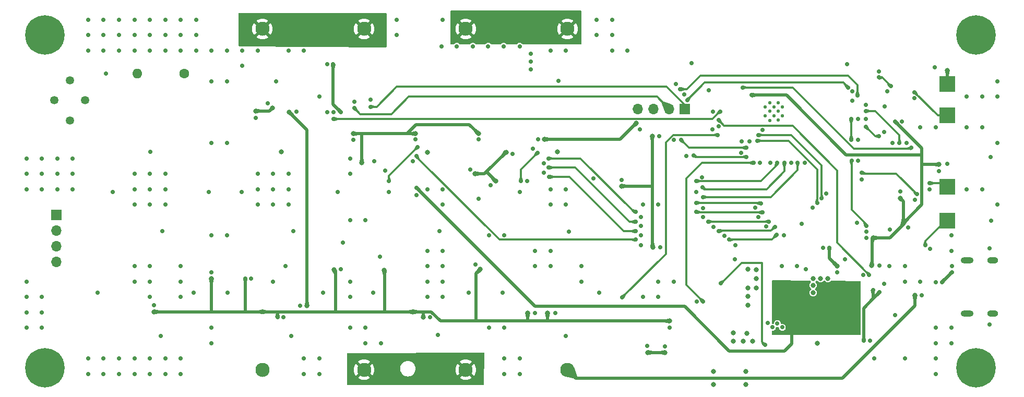
<source format=gbr>
%TF.GenerationSoftware,KiCad,Pcbnew,7.0.9*%
%TF.CreationDate,2024-02-17T00:35:01+08:00*%
%TF.ProjectId,AlarmClockProjV1,416c6172-6d43-46c6-9f63-6b50726f6a56,rev?*%
%TF.SameCoordinates,Original*%
%TF.FileFunction,Copper,L4,Bot*%
%TF.FilePolarity,Positive*%
%FSLAX46Y46*%
G04 Gerber Fmt 4.6, Leading zero omitted, Abs format (unit mm)*
G04 Created by KiCad (PCBNEW 7.0.9) date 2024-02-17 00:35:01*
%MOMM*%
%LPD*%
G01*
G04 APERTURE LIST*
%TA.AperFunction,ComponentPad*%
%ADD10C,1.350000*%
%TD*%
%TA.AperFunction,ComponentPad*%
%ADD11R,1.700000X1.700000*%
%TD*%
%TA.AperFunction,ComponentPad*%
%ADD12O,1.700000X1.700000*%
%TD*%
%TA.AperFunction,ComponentPad*%
%ADD13C,3.600000*%
%TD*%
%TA.AperFunction,ConnectorPad*%
%ADD14C,6.400000*%
%TD*%
%TA.AperFunction,ComponentPad*%
%ADD15O,2.100000X1.000000*%
%TD*%
%TA.AperFunction,ComponentPad*%
%ADD16O,1.800000X1.000000*%
%TD*%
%TA.AperFunction,ComponentPad*%
%ADD17C,1.600000*%
%TD*%
%TA.AperFunction,ComponentPad*%
%ADD18O,1.600000X1.600000*%
%TD*%
%TA.AperFunction,ComponentPad*%
%ADD19C,2.300000*%
%TD*%
%TA.AperFunction,SMDPad,CuDef*%
%ADD20R,2.500000X2.500000*%
%TD*%
%TA.AperFunction,ViaPad*%
%ADD21C,0.700000*%
%TD*%
%TA.AperFunction,ViaPad*%
%ADD22C,0.800000*%
%TD*%
%TA.AperFunction,ViaPad*%
%ADD23C,0.550000*%
%TD*%
%TA.AperFunction,Conductor*%
%ADD24C,0.500000*%
%TD*%
%TA.AperFunction,Conductor*%
%ADD25C,0.300000*%
%TD*%
G04 APERTURE END LIST*
D10*
%TO.P,LS401,1,1*%
%TO.N,GND*%
X79500000Y-95600000D03*
%TO.P,LS401,2,2*%
%TO.N,/[3] Interactions/Buzzer_in*%
X84500000Y-95600000D03*
%TD*%
D11*
%TO.P,J301,1,Pin_1*%
%TO.N,/[4] I2C_Bus/I2C_SDA*%
X181800000Y-97000000D03*
D12*
%TO.P,J301,2,Pin_2*%
%TO.N,/[4] I2C_Bus/I2C_SCL*%
X179260000Y-97000000D03*
%TO.P,J301,3,Pin_3*%
%TO.N,3V7*%
X176720000Y-97000000D03*
%TO.P,J301,4,Pin_4*%
%TO.N,GND*%
X174180000Y-97000000D03*
%TD*%
D11*
%TO.P,J402,1,Pin_1*%
%TO.N,GND*%
X79800000Y-114200000D03*
D12*
%TO.P,J402,2,Pin_2*%
X79800000Y-116740000D03*
%TO.P,J402,3,Pin_3*%
%TO.N,3V7*%
X79800000Y-119280000D03*
%TO.P,J402,4,Pin_4*%
X79800000Y-121820000D03*
%TD*%
D13*
%TO.P,H103,1,1*%
%TO.N,GND*%
X78000000Y-85000000D03*
D14*
X78000000Y-85000000D03*
%TD*%
D15*
%TO.P,J206,S1,SHIELD*%
%TO.N,GND*%
X227575000Y-130210000D03*
D16*
X231755000Y-130210000D03*
D15*
X227575000Y-121570000D03*
D16*
X231755000Y-121570000D03*
%TD*%
D17*
%TO.P,R410,1*%
%TO.N,/[3] Interactions/MOS_out*%
X100610000Y-91200000D03*
D18*
%TO.P,R410,2*%
%TO.N,/[3] Interactions/Buzzer_in*%
X92990000Y-91200000D03*
%TD*%
D10*
%TO.P,LS402,1,1*%
%TO.N,GND*%
X82000000Y-92350000D03*
%TO.P,LS402,2,2*%
%TO.N,/[3] Interactions/Buzzer_in*%
X82000000Y-98850000D03*
%TD*%
D13*
%TO.P,H102,1,1*%
%TO.N,GND*%
X78000000Y-139000000D03*
D14*
X78000000Y-139000000D03*
%TD*%
D13*
%TO.P,H104,1,1*%
%TO.N,GND*%
X229000000Y-139000000D03*
D14*
X229000000Y-139000000D03*
%TD*%
D13*
%TO.P,H101,1,1*%
%TO.N,GND*%
X229000000Y-85000000D03*
D14*
X229000000Y-85000000D03*
%TD*%
D19*
%TO.P,J203,1,+*%
%TO.N,/[2] ESP32_MCU/BATT1*%
X146250000Y-84000000D03*
%TO.P,J203,2,-*%
%TO.N,/[2] ESP32_MCU/BATT2*%
X146250000Y-139300000D03*
%TD*%
D20*
%TO.P,TP302,1,1*%
%TO.N,/[2] ESP32_MCU/RTC_INT*%
X224400000Y-98050000D03*
%TD*%
%TO.P,TP303,1,1*%
%TO.N,/[2] ESP32_MCU/IMU_INT2*%
X224400000Y-109650000D03*
%TD*%
D19*
%TO.P,J205,1,+*%
%TO.N,/[2] ESP32_MCU/BATT2*%
X129750000Y-139300000D03*
%TO.P,J205,2,-*%
%TO.N,/[2] ESP32_MCU/BATT3*%
X129750000Y-84000000D03*
%TD*%
D20*
%TO.P,TP301,1,1*%
%TO.N,/[2] ESP32_MCU/IMU_INT1*%
X224400000Y-115100000D03*
%TD*%
D19*
%TO.P,J202,1,+*%
%TO.N,/[2] ESP32_MCU/Diode_in*%
X162750000Y-139300000D03*
%TO.P,J202,2,-*%
%TO.N,/[2] ESP32_MCU/BATT1*%
X162750000Y-84000000D03*
%TD*%
%TO.P,J204,1,+*%
%TO.N,/[2] ESP32_MCU/BATT3*%
X113250000Y-84000000D03*
%TO.P,J204,2,-*%
%TO.N,GND*%
X113250000Y-139300000D03*
%TD*%
D20*
%TO.P,TP304,1,1*%
%TO.N,GND*%
X224400000Y-92900000D03*
%TD*%
D21*
%TO.N,GND*%
X212500000Y-137500000D03*
X217500000Y-137500000D03*
X222500000Y-140000000D03*
X232500000Y-112500000D03*
X232500000Y-102500000D03*
X220000000Y-100000000D03*
X214200000Y-96600000D03*
X87500000Y-140000000D03*
X115500000Y-92500000D03*
X202500000Y-113000000D03*
X142500000Y-127500000D03*
X213400000Y-122400000D03*
X120000000Y-137500000D03*
X158900000Y-105800000D03*
X123100000Y-126800000D03*
D22*
X193344800Y-126009400D03*
D21*
X201218800Y-105740200D03*
X192250000Y-102250000D03*
X105000000Y-92500000D03*
X208991200Y-94143300D03*
D22*
X192000000Y-126030100D03*
D21*
X100000000Y-127500000D03*
X77500000Y-130000000D03*
X140000000Y-127500000D03*
X208991200Y-95681800D03*
X225000000Y-117500000D03*
X119400000Y-128900000D03*
X225000000Y-132500000D03*
X188200000Y-117550500D03*
X75000000Y-130000000D03*
X158000000Y-101900000D03*
X142500000Y-120000000D03*
X87500000Y-87500000D03*
X97000000Y-116800000D03*
X115000000Y-125000000D03*
D22*
X202600000Y-125600000D03*
D21*
X158900000Y-107300000D03*
X221600000Y-119700000D03*
X200000000Y-122500000D03*
X227500000Y-95000000D03*
X222500000Y-125100000D03*
X162500000Y-110000000D03*
X127500000Y-125000000D03*
X107600000Y-126800000D03*
X100000000Y-85000000D03*
X90000000Y-85000000D03*
X208100000Y-89700000D03*
X153800000Y-104300000D03*
X157100000Y-103400000D03*
X179300000Y-132500000D03*
X217743000Y-102539800D03*
X185699400Y-93980000D03*
X146700000Y-126800000D03*
D23*
X196250000Y-96700000D03*
D21*
X222500000Y-132500000D03*
X75000000Y-127500000D03*
X118300000Y-116800000D03*
X224400000Y-105900000D03*
X118800000Y-97400000D03*
X186400000Y-116100000D03*
X232500000Y-95000000D03*
X112500000Y-110000000D03*
D22*
X161100000Y-103900000D03*
D21*
X183642000Y-110439200D03*
X97500000Y-85000000D03*
D22*
X116300000Y-103900000D03*
X186400000Y-139600000D03*
D23*
X196950000Y-96000000D03*
D21*
X209880200Y-101955600D03*
X152200000Y-126800000D03*
X222500000Y-137500000D03*
X97500000Y-112500000D03*
X167500000Y-85000000D03*
X156800000Y-90600000D03*
D22*
X224400000Y-90700000D03*
D21*
X127500000Y-127500000D03*
X104600000Y-110500000D03*
X157500000Y-130100000D03*
X141700000Y-133700000D03*
X80000000Y-105000000D03*
X174500000Y-100300000D03*
X105000000Y-87500000D03*
X184600000Y-108050500D03*
X87900000Y-91200000D03*
X215900000Y-130400000D03*
X221500000Y-110000000D03*
X152500000Y-132500000D03*
D22*
X140000000Y-104000000D03*
D23*
X195550000Y-96000000D03*
D21*
X102100000Y-126800000D03*
X82500000Y-107500000D03*
X123750000Y-89750000D03*
X133200000Y-107000000D03*
X177800000Y-119400000D03*
X184700000Y-113050500D03*
D22*
X205000000Y-124500000D03*
D21*
X227500000Y-110000000D03*
X217000000Y-99000000D03*
X232500000Y-92500000D03*
X156800000Y-89300000D03*
X95000000Y-140000000D03*
X144800000Y-86800000D03*
X165000000Y-122500000D03*
X167900000Y-126800000D03*
X174700000Y-117500000D03*
X152500000Y-117500000D03*
X189900000Y-121400000D03*
X157500000Y-122500000D03*
X117500000Y-107500000D03*
X125500000Y-110500000D03*
X95000000Y-137500000D03*
X95000000Y-87500000D03*
X107500000Y-92500000D03*
X97500000Y-137500000D03*
X85000000Y-137500000D03*
X95000000Y-85000000D03*
X194995800Y-116078000D03*
X130000000Y-135000000D03*
X149900000Y-86800000D03*
X222500000Y-135000000D03*
X152400000Y-86800000D03*
D23*
X194850000Y-96700000D03*
D21*
X230000000Y-110000000D03*
X117900000Y-133800000D03*
X80000000Y-107500000D03*
D22*
X193344800Y-124523500D03*
D21*
X92500000Y-140000000D03*
X186258200Y-100279200D03*
X190900895Y-104100500D03*
X122500000Y-137500000D03*
X201400000Y-123000000D03*
X89000000Y-110500000D03*
X210700000Y-123900000D03*
X181660800Y-94640400D03*
D23*
X196950000Y-98800000D03*
D21*
X223000000Y-107100000D03*
X92500000Y-85000000D03*
X114100000Y-96100000D03*
X140500000Y-130800000D03*
X138100000Y-101900000D03*
X147400000Y-86800000D03*
X140000000Y-125000000D03*
X77500000Y-107500000D03*
X100000000Y-140000000D03*
X90000000Y-87500000D03*
X80000000Y-110000000D03*
X109900000Y-110500000D03*
X92500000Y-112500000D03*
X147800000Y-122200000D03*
X135000000Y-82500000D03*
X170000000Y-82500000D03*
X172500000Y-87500000D03*
X211800000Y-134600000D03*
X100000000Y-125000000D03*
D22*
X191700000Y-139600000D03*
D21*
X231400000Y-104800000D03*
X150000000Y-117500000D03*
X152500000Y-137500000D03*
X77500000Y-110000000D03*
X126300000Y-118700000D03*
X87500000Y-137500000D03*
X138250000Y-111000000D03*
X123800000Y-97500000D03*
D22*
X189661800Y-134700000D03*
D21*
X219100000Y-111750000D03*
D22*
X193344800Y-123037600D03*
D21*
X75000000Y-125000000D03*
X222500000Y-100000000D03*
X105000000Y-132500000D03*
X92500000Y-82500000D03*
X170000000Y-87500000D03*
X211175600Y-98600000D03*
X209677000Y-115443000D03*
X102500000Y-87500000D03*
X174700000Y-114500000D03*
X148300000Y-111600000D03*
X116700000Y-130800000D03*
X160000000Y-122500000D03*
X177500000Y-112500000D03*
X194411600Y-100406200D03*
X177500000Y-127500000D03*
D22*
X189650000Y-133350000D03*
D21*
X178600000Y-135500000D03*
X90000000Y-82500000D03*
X105000000Y-135000000D03*
X156200000Y-108700000D03*
X128000000Y-102000000D03*
X199034400Y-105740200D03*
X132500000Y-135000000D03*
X112500000Y-112500000D03*
X112200000Y-98400000D03*
X204750000Y-110750000D03*
X222300000Y-90200000D03*
X77500000Y-105000000D03*
X75000000Y-105000000D03*
X110000000Y-90000000D03*
X97500000Y-110000000D03*
X204250000Y-119500000D03*
X102500000Y-85000000D03*
D23*
X195550000Y-97350000D03*
D21*
X214100000Y-125400000D03*
X115000000Y-110000000D03*
X77500000Y-127500000D03*
X110000000Y-87500000D03*
X127500000Y-107500000D03*
X117500000Y-87500000D03*
X75000000Y-110000000D03*
X105000000Y-123500000D03*
X92500000Y-137500000D03*
D22*
X202600000Y-124500000D03*
D21*
X191000000Y-102250000D03*
X122500000Y-140000000D03*
X156800000Y-88000000D03*
X95000000Y-110000000D03*
X130000000Y-115000000D03*
X128219200Y-95834200D03*
X100000000Y-137500000D03*
X170000000Y-85000000D03*
X175000000Y-112500000D03*
X155000000Y-140000000D03*
X195681600Y-105740200D03*
X142500000Y-112500000D03*
X90000000Y-137500000D03*
X175719792Y-135477603D03*
X196000000Y-132410200D03*
D22*
X203300000Y-135000000D03*
D21*
X95000000Y-107500000D03*
X186359800Y-97383600D03*
X167500000Y-82500000D03*
X231200000Y-132000000D03*
X190000000Y-119100000D03*
X220000000Y-125000000D03*
X152500000Y-140000000D03*
X120000000Y-87500000D03*
D23*
X194850000Y-98100000D03*
D21*
X105000000Y-102500000D03*
X230000000Y-95000000D03*
X183750000Y-128250000D03*
X207800000Y-121400000D03*
X187248800Y-99822000D03*
X211175600Y-96316800D03*
X150000000Y-132500000D03*
X177600000Y-101400000D03*
X132300000Y-121000000D03*
X133800000Y-110500000D03*
X215000000Y-122500000D03*
X87500000Y-85000000D03*
X142500000Y-125000000D03*
D22*
X192800000Y-134700000D03*
D21*
X162500000Y-87500000D03*
X220200000Y-127200000D03*
X112500000Y-107500000D03*
X142500000Y-122500000D03*
X160000000Y-112500000D03*
X97500000Y-107500000D03*
X157500000Y-120000000D03*
X150300000Y-109400000D03*
D23*
X197650000Y-96700000D03*
D21*
X97500000Y-140000000D03*
X182000000Y-104600000D03*
X174700000Y-116000000D03*
X211200000Y-116900000D03*
X211200000Y-117900000D03*
X177500000Y-125000000D03*
X95000000Y-122500000D03*
X130835400Y-95453200D03*
X180000000Y-102000000D03*
X97500000Y-87500000D03*
X216750000Y-110350000D03*
X140000000Y-122500000D03*
X142300000Y-86800000D03*
X95000000Y-112500000D03*
X140000000Y-110000000D03*
X85000000Y-82500000D03*
X142000000Y-116800000D03*
X140000000Y-120000000D03*
X142500000Y-110000000D03*
X213258400Y-90881200D03*
X214150000Y-100700000D03*
X182905400Y-89522100D03*
X197500000Y-122500000D03*
X161300000Y-92400000D03*
X95000000Y-125000000D03*
X225000000Y-120000000D03*
X231500000Y-115100000D03*
X180000000Y-125000000D03*
X92500000Y-122500000D03*
D22*
X191230900Y-134700000D03*
D21*
X92500000Y-110000000D03*
D23*
X195550000Y-98850000D03*
D21*
X97500000Y-82500000D03*
X155000000Y-86800000D03*
X107500000Y-102500000D03*
X165000000Y-125000000D03*
X196800000Y-131800000D03*
X100000000Y-122500000D03*
X127500000Y-115000000D03*
X102500000Y-82500000D03*
X92500000Y-87500000D03*
D23*
X196250000Y-98100000D03*
D22*
X203800000Y-124500000D03*
D21*
X160000000Y-110000000D03*
X107500000Y-87500000D03*
X162500000Y-112500000D03*
X175000000Y-127500000D03*
X174700000Y-119100000D03*
X95700000Y-128800000D03*
X217500000Y-125000000D03*
X127500000Y-132500000D03*
X155000000Y-137500000D03*
X95000000Y-82500000D03*
X180365400Y-92938600D03*
X96800000Y-133800000D03*
X107500000Y-117500000D03*
X130000000Y-132500000D03*
X200736200Y-115620800D03*
X117500000Y-110000000D03*
X86500000Y-126800000D03*
D22*
X192000000Y-128820700D03*
D21*
X142500000Y-82500000D03*
X95000000Y-127500000D03*
X225100000Y-122500000D03*
X215061800Y-116560600D03*
X227500000Y-100000000D03*
X105000000Y-117500000D03*
X90000000Y-140000000D03*
X111400000Y-124500000D03*
D22*
X186400000Y-141700000D03*
D21*
X225000000Y-135000000D03*
X85000000Y-87500000D03*
X131200000Y-126800000D03*
X163000000Y-116900000D03*
X87500000Y-82500000D03*
X112500000Y-87500000D03*
X167000000Y-108300000D03*
X95100000Y-103900000D03*
X75000000Y-107500000D03*
X115000000Y-112500000D03*
D22*
X192000000Y-127400000D03*
D21*
X131400000Y-105500000D03*
X117000000Y-122500000D03*
X160000000Y-87500000D03*
D22*
X191700000Y-141700000D03*
D21*
X147000000Y-106800000D03*
X77500000Y-132500000D03*
X92500000Y-125000000D03*
X135000000Y-85000000D03*
X92500000Y-107500000D03*
X171500000Y-108500000D03*
X194005200Y-105740200D03*
X230000000Y-100000000D03*
X117500000Y-112500000D03*
X214600000Y-94100000D03*
X160800000Y-130100000D03*
X210500000Y-108400000D03*
X162500000Y-133800000D03*
D22*
X202600000Y-126800000D03*
D21*
X115000000Y-107500000D03*
X193200000Y-113000000D03*
X100000000Y-87500000D03*
X124800000Y-97500000D03*
X209880200Y-105384600D03*
D22*
X192000000Y-123000000D03*
D21*
X218000000Y-116250000D03*
X206500000Y-123500000D03*
X75000000Y-132500000D03*
X120000000Y-140000000D03*
X82500000Y-110000000D03*
D23*
X197650000Y-98100000D03*
D21*
X231200000Y-119600000D03*
X82500000Y-105000000D03*
X215457000Y-102539800D03*
X160000000Y-120000000D03*
X197900000Y-117500000D03*
X209854800Y-98600000D03*
X193700000Y-114500000D03*
X155000000Y-110500000D03*
X85000000Y-140000000D03*
X85000000Y-85000000D03*
X219000000Y-95250000D03*
X122500000Y-95000000D03*
D22*
X191820800Y-133400800D03*
D21*
X127500000Y-105000000D03*
X195200000Y-131699000D03*
X197600000Y-132410200D03*
X100000000Y-82500000D03*
D23*
X196950000Y-97350000D03*
D21*
X148300000Y-101900000D03*
X184700000Y-114500000D03*
X126000000Y-123000000D03*
X217500000Y-122500000D03*
X137700000Y-105500000D03*
D22*
%TO.N,+3V3*%
X175800000Y-136500000D03*
X212100000Y-122400000D03*
D21*
X192650000Y-94750000D03*
X215900000Y-99000000D03*
D22*
X114900000Y-96800000D03*
X216750000Y-111500000D03*
X112200000Y-97300000D03*
X212300000Y-117900000D03*
X217250000Y-115500000D03*
X178600000Y-136500000D03*
X120500000Y-128900000D03*
X117600000Y-97500000D03*
D21*
X205250000Y-119500000D03*
D22*
X223000000Y-106000000D03*
X206500000Y-122500000D03*
D21*
%TO.N,/[2] ESP32_MCU/EN*%
X218550000Y-103300000D03*
X191200000Y-93500000D03*
%TO.N,/[2] ESP32_MCU/NEOPIXEL_Vcc*%
X124750000Y-89750000D03*
X203100000Y-127900000D03*
D22*
X196600000Y-130200000D03*
X209100000Y-130000000D03*
X196600000Y-127900000D03*
X207100000Y-130000000D03*
X207100000Y-128600000D03*
D21*
X138250000Y-109750000D03*
D22*
X207100000Y-127300000D03*
X196600000Y-126800000D03*
X209100000Y-131800000D03*
X196600000Y-129000000D03*
D21*
X126000000Y-97500000D03*
D22*
X209100000Y-128600000D03*
D21*
%TO.N,+BATT*%
X212300000Y-126400000D03*
X187248800Y-98806000D03*
X211700000Y-123900000D03*
X210800000Y-134600000D03*
X213400000Y-126700000D03*
%TO.N,+5V*%
X225100000Y-123500000D03*
X223500000Y-125100000D03*
%TO.N,/[2] ESP32_MCU/LED0_IO15*%
X204000000Y-111500000D03*
X193709700Y-101209700D03*
%TO.N,/[2] ESP32_MCU/LED1_IO16*%
X193573400Y-102133400D03*
X203250000Y-112250000D03*
%TO.N,/[2] ESP32_MCU/GPIO_14*%
X194400000Y-113750000D03*
X183600000Y-113700000D03*
X159700000Y-105000000D03*
X173800000Y-113700000D03*
%TO.N,/[2] ESP32_MCU/GPIO_21*%
X159700000Y-106500000D03*
X173800000Y-115300000D03*
X185600000Y-115300000D03*
X195400000Y-115250000D03*
%TO.N,/[2] ESP32_MCU/GPIO_47*%
X196400000Y-116100000D03*
X187300000Y-116800000D03*
X173800000Y-116800000D03*
X159800000Y-108000000D03*
%TO.N,/[2] ESP32_MCU/GPIO_48*%
X196700000Y-117400000D03*
X138250000Y-104650000D03*
X189000000Y-118200000D03*
X173800000Y-118200000D03*
%TO.N,/[2] ESP32_MCU/GPIO_13*%
X183612200Y-112208439D03*
X194100000Y-112300000D03*
%TO.N,/[2] ESP32_MCU/SPI_MISO*%
X196748400Y-105740200D03*
X183600000Y-108700000D03*
%TO.N,/[2] ESP32_MCU/SPI_CLK*%
X197967600Y-105740200D03*
X184658000Y-109728000D03*
%TO.N,/[2] ESP32_MCU/SPI_MOSI*%
X200101200Y-105740200D03*
X184700000Y-111300000D03*
%TO.N,/[2] ESP32_MCU/U0RXD*%
X209778600Y-94792800D03*
X181051200Y-93802200D03*
%TO.N,/[2] ESP32_MCU/U0TXD*%
X182194200Y-95529400D03*
X208280000Y-93497400D03*
D22*
%TO.N,3V7*%
X129400000Y-105700000D03*
D21*
X110500000Y-124500000D03*
D22*
X105000000Y-124500000D03*
D21*
X113300000Y-129900000D03*
D22*
X139350000Y-130750000D03*
X148600000Y-123000000D03*
X95700000Y-129900000D03*
X176600000Y-119400000D03*
X137700000Y-129900000D03*
X159500000Y-130100000D03*
X124915000Y-123085000D03*
X176500000Y-101400000D03*
X152800000Y-104000000D03*
X173900000Y-99300000D03*
X159000000Y-101900000D03*
X133000000Y-123200000D03*
D21*
X187600000Y-125300000D03*
D22*
X179300000Y-131400000D03*
X138085000Y-100985000D03*
X156300000Y-130100000D03*
X148315000Y-100985000D03*
X151100000Y-108700000D03*
D21*
X115700000Y-130800000D03*
D22*
X147700000Y-107500000D03*
D21*
X194800000Y-135300000D03*
D22*
X171500000Y-109500000D03*
X128000000Y-101000000D03*
D21*
%TO.N,/[2] ESP32_MCU/BOOT*%
X219425000Y-110825000D03*
X210500000Y-107300000D03*
%TO.N,Net-(D403-DOUT)*%
X157900000Y-104100000D03*
X155200000Y-108700000D03*
%TO.N,/[4] I2C_Bus/I2C_SCL*%
X211175600Y-99911300D03*
X213283800Y-91871800D03*
X128159300Y-96859300D03*
X191750000Y-103250000D03*
X181169239Y-102000000D03*
X215200000Y-93300000D03*
X213300000Y-101400000D03*
%TO.N,/[4] I2C_Bus/I2C_SDA*%
X191750000Y-104750000D03*
X130835400Y-96621600D03*
X183250000Y-104500000D03*
D22*
%TO.N,/[2] ESP32_MCU/Diode_in*%
X219100000Y-127200000D03*
D21*
%TO.N,/[2] ESP32_MCU/BUZZER*%
X187553600Y-97383600D03*
X124800000Y-98600000D03*
%TO.N,/[2] ESP32_MCU/NEOPIXEL_CTRL*%
X171600000Y-127600000D03*
X187100000Y-101200000D03*
%TO.N,/[2] ESP32_MCU/NEOPIXEL_PWR_CTRL*%
X192938400Y-105740200D03*
X184750000Y-128250000D03*
%TO.N,/[2] ESP32_MCU/IMU_INT1*%
X211200000Y-115951000D03*
X208788000Y-101955600D03*
X220800000Y-119100000D03*
X208838800Y-105384600D03*
X208800000Y-98600000D03*
%TO.N,/[2] ESP32_MCU/IMU_INT2*%
X211175600Y-97307400D03*
X221500000Y-109000000D03*
X216600000Y-102539800D03*
%TO.N,/[2] ESP32_MCU/RTC_INT*%
X219000000Y-94250000D03*
%TO.N,Net-(D410-DOUT)*%
X133800000Y-108700000D03*
X138400000Y-103200000D03*
%TD*%
D24*
%TO.N,+3V3*%
X220250000Y-103350000D02*
X220250000Y-105800000D01*
X215900000Y-99000000D02*
X220250000Y-103350000D01*
%TO.N,GND*%
X224400000Y-90700000D02*
X224400000Y-92900000D01*
%TO.N,+3V3*%
X198250000Y-94750000D02*
X207950000Y-104450000D01*
X192650000Y-94750000D02*
X198250000Y-94750000D01*
X212200000Y-122300000D02*
X212100000Y-122400000D01*
X217250000Y-115500000D02*
X217250000Y-112000000D01*
X212200000Y-118000000D02*
X212200000Y-122300000D01*
X223000000Y-106000000D02*
X220450000Y-106000000D01*
X220450000Y-106000000D02*
X220250000Y-105800000D01*
X205250000Y-119500000D02*
X205250000Y-121250000D01*
X220250000Y-112500000D02*
X220250000Y-105800000D01*
X207950000Y-104450000D02*
X220200000Y-104450000D01*
X217250000Y-115500000D02*
X220250000Y-112500000D01*
X217250000Y-112000000D02*
X216750000Y-111500000D01*
X205250000Y-121250000D02*
X206500000Y-122500000D01*
X215060661Y-117900000D02*
X217250000Y-115710661D01*
X212300000Y-117900000D02*
X215060661Y-117900000D01*
X112200000Y-97300000D02*
X114400000Y-97300000D01*
X175800000Y-136500000D02*
X178600000Y-136500000D01*
X117600000Y-97500000D02*
X120500000Y-100400000D01*
X114400000Y-97300000D02*
X114900000Y-96800000D01*
X120500000Y-100400000D02*
X120500000Y-128900000D01*
X212300000Y-117900000D02*
X212200000Y-118000000D01*
X217250000Y-115710661D02*
X217250000Y-115500000D01*
X220200000Y-104450000D02*
X220250000Y-104400000D01*
D25*
%TO.N,/[2] ESP32_MCU/EN*%
X191200000Y-93500000D02*
X199300000Y-93500000D01*
X218450000Y-103400000D02*
X218550000Y-103300000D01*
X199300000Y-93500000D02*
X209200000Y-103400000D01*
X209200000Y-103400000D02*
X218450000Y-103400000D01*
D24*
%TO.N,/[2] ESP32_MCU/NEOPIXEL_Vcc*%
X157500000Y-129000000D02*
X181750000Y-129000000D01*
X197400000Y-130200000D02*
X196600000Y-130200000D01*
X124750000Y-96250000D02*
X124750000Y-89750000D01*
X199100000Y-131900000D02*
X197400000Y-130200000D01*
X199100000Y-135100000D02*
X199100000Y-131900000D01*
X189000000Y-136250000D02*
X197950000Y-136250000D01*
X126000000Y-97500000D02*
X124750000Y-96250000D01*
X138250000Y-109750000D02*
X157500000Y-129000000D01*
X197950000Y-136250000D02*
X199100000Y-135100000D01*
X181750000Y-129000000D02*
X189000000Y-136250000D01*
%TO.N,+BATT*%
X212300000Y-127700000D02*
X212300000Y-126400000D01*
D25*
X199263000Y-99720400D02*
X206500000Y-106957400D01*
D24*
X213400000Y-126700000D02*
X212350000Y-127750000D01*
D25*
X188163200Y-99720400D02*
X199263000Y-99720400D01*
X206500000Y-118700000D02*
X211700000Y-123900000D01*
X206500000Y-106957400D02*
X206500000Y-118700000D01*
D24*
X210800000Y-129300000D02*
X210800000Y-134600000D01*
X212350000Y-127750000D02*
X212300000Y-127700000D01*
D25*
X187248800Y-98806000D02*
X188163200Y-99720400D01*
D24*
X212350000Y-127750000D02*
X210800000Y-129300000D01*
%TO.N,+5V*%
X223500000Y-125100000D02*
X225100000Y-123500000D01*
D25*
%TO.N,/[2] ESP32_MCU/LED0_IO15*%
X193709700Y-101209700D02*
X193725800Y-101193600D01*
X204000000Y-106108400D02*
X204000000Y-111500000D01*
X193725800Y-101193600D02*
X199085200Y-101193600D01*
X199085200Y-101193600D02*
X204000000Y-106108400D01*
%TO.N,/[2] ESP32_MCU/LED1_IO16*%
X193573400Y-102133400D02*
X193598800Y-102158800D01*
X203250000Y-106780800D02*
X203250000Y-112250000D01*
X198628000Y-102158800D02*
X203250000Y-106780800D01*
X193598800Y-102158800D02*
X198628000Y-102158800D01*
%TO.N,/[2] ESP32_MCU/GPIO_14*%
X183600000Y-113700000D02*
X183650000Y-113750000D01*
X173542400Y-113700000D02*
X164842400Y-105000000D01*
X183650000Y-113750000D02*
X194400000Y-113750000D01*
X173900000Y-113700000D02*
X173542400Y-113700000D01*
X164842400Y-105000000D02*
X159700000Y-105000000D01*
%TO.N,/[2] ESP32_MCU/GPIO_21*%
X172805600Y-115300000D02*
X173800000Y-115300000D01*
X164005600Y-106500000D02*
X172805600Y-115300000D01*
X185600000Y-115300000D02*
X185650000Y-115250000D01*
X185650000Y-115250000D02*
X195400000Y-115250000D01*
X159700000Y-106500000D02*
X164005600Y-106500000D01*
%TO.N,/[2] ESP32_MCU/GPIO_47*%
X163041800Y-108000000D02*
X159800000Y-108000000D01*
X171841800Y-116800000D02*
X163041800Y-108000000D01*
X195750000Y-116750000D02*
X196400000Y-116100000D01*
X173800000Y-116800000D02*
X171841800Y-116800000D01*
X187350000Y-116750000D02*
X195750000Y-116750000D01*
X187300000Y-116800000D02*
X187350000Y-116750000D01*
%TO.N,/[2] ESP32_MCU/GPIO_48*%
X196700000Y-117400000D02*
X195900000Y-118200000D01*
X195900000Y-118200000D02*
X189000000Y-118200000D01*
X138250000Y-104750000D02*
X138250000Y-104650000D01*
X173800000Y-118200000D02*
X151700000Y-118200000D01*
X151700000Y-118200000D02*
X138250000Y-104750000D01*
%TO.N,/[2] ESP32_MCU/GPIO_13*%
X194050000Y-112250000D02*
X194100000Y-112300000D01*
X183653761Y-112250000D02*
X194050000Y-112250000D01*
X183612200Y-112208439D02*
X183653761Y-112250000D01*
%TO.N,/[2] ESP32_MCU/SPI_MISO*%
X196748400Y-106070400D02*
X196748400Y-105689400D01*
X194118800Y-108700000D02*
X196748400Y-106070400D01*
X183600000Y-108700000D02*
X194118800Y-108700000D01*
%TO.N,/[2] ESP32_MCU/SPI_CLK*%
X197967600Y-105791000D02*
X197967600Y-107111800D01*
X195072000Y-110007400D02*
X184937400Y-110007400D01*
X184937400Y-110007400D02*
X184658000Y-109728000D01*
X197967600Y-107111800D02*
X195072000Y-110007400D01*
%TO.N,/[2] ESP32_MCU/SPI_MOSI*%
X200101200Y-105841800D02*
X200101200Y-106883200D01*
X195707000Y-111277400D02*
X184722600Y-111277400D01*
X184722600Y-111277400D02*
X184700000Y-111300000D01*
X200101200Y-106883200D02*
X195707000Y-111277400D01*
%TO.N,/[2] ESP32_MCU/U0RXD*%
X184302400Y-91592400D02*
X182092600Y-93802200D01*
X209778600Y-94792800D02*
X209804000Y-94767400D01*
X208280000Y-91592400D02*
X184302400Y-91592400D01*
X209804000Y-93116400D02*
X208280000Y-91592400D01*
X182092600Y-93802200D02*
X181051200Y-93802200D01*
X209804000Y-94767400D02*
X209804000Y-93116400D01*
%TO.N,/[2] ESP32_MCU/U0TXD*%
X182194200Y-95529400D02*
X185023600Y-92700000D01*
X207482600Y-92700000D02*
X208280000Y-93497400D01*
X185023600Y-92700000D02*
X207482600Y-92700000D01*
D24*
%TO.N,3V7*%
X149600000Y-107200000D02*
X151100000Y-108700000D01*
X124915000Y-123085000D02*
X125100000Y-123270000D01*
X133100000Y-129900000D02*
X133100000Y-123300000D01*
X113300000Y-129900000D02*
X110500000Y-129900000D01*
D25*
X187700000Y-125300000D02*
X191000000Y-122000000D01*
D24*
X171300000Y-101900000D02*
X159000000Y-101900000D01*
X129400000Y-105700000D02*
X129400000Y-101000000D01*
X159400000Y-131400000D02*
X158700000Y-131400000D01*
X176500000Y-119300000D02*
X176600000Y-119400000D01*
X114800000Y-129900000D02*
X113300000Y-129900000D01*
X136700000Y-101000000D02*
X138200000Y-99500000D01*
X152800000Y-104000000D02*
X149600000Y-107200000D01*
X159500000Y-131300000D02*
X159400000Y-131400000D01*
X133100000Y-129900000D02*
X137700000Y-129900000D01*
X147900000Y-131400000D02*
X156300000Y-131400000D01*
X176500000Y-109500000D02*
X176500000Y-106700000D01*
X140660661Y-129900000D02*
X142160661Y-131400000D01*
X142160661Y-131400000D02*
X147900000Y-131400000D01*
X114800000Y-129900000D02*
X115700000Y-129900000D01*
X103900000Y-129900000D02*
X95700000Y-129900000D01*
X159500000Y-130100000D02*
X159500000Y-131300000D01*
X129400000Y-101000000D02*
X132000000Y-101000000D01*
X136700000Y-101000000D02*
X138070000Y-101000000D01*
X136700000Y-101000000D02*
X132000000Y-101000000D01*
X137700000Y-129900000D02*
X139500000Y-129900000D01*
X171500000Y-109500000D02*
X176500000Y-109500000D01*
X176500000Y-101400000D02*
X176500000Y-106700000D01*
X173900000Y-99300000D02*
X171300000Y-101900000D01*
X148315000Y-100985000D02*
X146830000Y-99500000D01*
X138070000Y-101000000D02*
X138085000Y-100985000D01*
X147900000Y-123700000D02*
X148600000Y-123000000D01*
X156300000Y-131400000D02*
X158700000Y-131400000D01*
D25*
X194300000Y-134800000D02*
X194800000Y-135300000D01*
X187600000Y-125300000D02*
X187700000Y-125300000D01*
D24*
X139350000Y-130050000D02*
X139500000Y-129900000D01*
X147900000Y-131400000D02*
X147900000Y-123700000D01*
X132000000Y-101000000D02*
X128000000Y-101000000D01*
X110500000Y-129900000D02*
X110500000Y-124500000D01*
X125100000Y-129900000D02*
X133100000Y-129900000D01*
X176500000Y-106700000D02*
X176500000Y-119300000D01*
X105000000Y-129900000D02*
X105000000Y-124500000D01*
D25*
X191000000Y-122000000D02*
X194300000Y-122000000D01*
D24*
X103900000Y-129900000D02*
X105000000Y-129900000D01*
X110500000Y-129900000D02*
X103900000Y-129900000D01*
X133100000Y-123300000D02*
X133000000Y-123200000D01*
X125100000Y-123270000D02*
X125100000Y-129900000D01*
X115700000Y-130800000D02*
X115700000Y-129900000D01*
X158700000Y-131400000D02*
X179300000Y-131400000D01*
X149300000Y-107500000D02*
X147700000Y-107500000D01*
X140600000Y-129900000D02*
X140660661Y-129900000D01*
X146830000Y-99500000D02*
X138200000Y-99500000D01*
X140600000Y-129900000D02*
X139500000Y-129900000D01*
X115700000Y-129900000D02*
X125100000Y-129900000D01*
D25*
X194300000Y-122000000D02*
X194300000Y-134800000D01*
D24*
X139350000Y-130750000D02*
X139350000Y-130050000D01*
X156300000Y-131400000D02*
X156300000Y-130100000D01*
X149600000Y-107200000D02*
X149300000Y-107500000D01*
D25*
%TO.N,/[2] ESP32_MCU/BOOT*%
X216100000Y-107500000D02*
X210700000Y-107500000D01*
X210700000Y-107500000D02*
X210500000Y-107300000D01*
X219425000Y-110825000D02*
X216100000Y-107500000D01*
%TO.N,Net-(D403-DOUT)*%
X155200000Y-106800000D02*
X157900000Y-104100000D01*
X155200000Y-108700000D02*
X155200000Y-106800000D01*
%TO.N,/[4] I2C_Bus/I2C_SCL*%
X177260000Y-95000000D02*
X179260000Y-97000000D01*
X128159300Y-96859300D02*
X129140800Y-97840800D01*
X182419239Y-103250000D02*
X191750000Y-103250000D01*
X213771800Y-91871800D02*
X215200000Y-93300000D01*
X129140800Y-97840800D02*
X134188200Y-97840800D01*
X134188200Y-97840800D02*
X137029000Y-95000000D01*
X213283800Y-91871800D02*
X213771800Y-91871800D01*
X181169239Y-102000000D02*
X182419239Y-103250000D01*
X211188700Y-99911300D02*
X212677400Y-101400000D01*
X137029000Y-95000000D02*
X177260000Y-95000000D01*
X212677400Y-101400000D02*
X213300000Y-101400000D01*
%TO.N,/[4] I2C_Bus/I2C_SDA*%
X131851400Y-96621600D02*
X135077200Y-93395800D01*
X130835400Y-96621600D02*
X131851400Y-96621600D01*
X178841400Y-93395800D02*
X181800000Y-96354400D01*
X183500000Y-104750000D02*
X191750000Y-104750000D01*
X181800000Y-96354400D02*
X181800000Y-97000000D01*
X183250000Y-104500000D02*
X183500000Y-104750000D01*
X135077200Y-93395800D02*
X178841400Y-93395800D01*
D24*
%TO.N,/[2] ESP32_MCU/Diode_in*%
X207350000Y-140650000D02*
X164100000Y-140650000D01*
X164100000Y-140650000D02*
X162750000Y-139300000D01*
X219100000Y-128900000D02*
X207350000Y-140650000D01*
X219100000Y-127200000D02*
X219100000Y-128900000D01*
D25*
%TO.N,/[2] ESP32_MCU/BUZZER*%
X124800000Y-98600000D02*
X186230761Y-98600000D01*
X186230761Y-98600000D02*
X187447161Y-97383600D01*
X187447161Y-97383600D02*
X187553600Y-97383600D01*
%TO.N,/[2] ESP32_MCU/NEOPIXEL_CTRL*%
X178700000Y-102380761D02*
X179880761Y-101200000D01*
X171600000Y-127600000D02*
X178700000Y-120500000D01*
X179880761Y-101200000D02*
X187100000Y-101200000D01*
X178700000Y-120500000D02*
X178700000Y-102380761D01*
%TO.N,/[2] ESP32_MCU/NEOPIXEL_PWR_CTRL*%
X184585200Y-105714800D02*
X182050000Y-108250000D01*
X192938400Y-105714800D02*
X184585200Y-105714800D01*
X182050000Y-108250000D02*
X182050000Y-125550000D01*
X182050000Y-125550000D02*
X184750000Y-128250000D01*
%TO.N,/[2] ESP32_MCU/IMU_INT1*%
X208838800Y-113334800D02*
X208838800Y-105359200D01*
X220800000Y-118416667D02*
X224116667Y-115100000D01*
X211200000Y-115951000D02*
X211200000Y-115696000D01*
X208800000Y-101969000D02*
X208788000Y-101981000D01*
X220800000Y-119100000D02*
X220800000Y-118416667D01*
X211200000Y-115696000D02*
X208838800Y-113334800D01*
X208800000Y-98600000D02*
X208800000Y-101969000D01*
%TO.N,/[2] ESP32_MCU/IMU_INT2*%
X211302600Y-97332800D02*
X212674200Y-97332800D01*
X223466667Y-109000000D02*
X221500000Y-109000000D01*
X212674200Y-97332800D02*
X216611200Y-101269800D01*
X216611200Y-101269800D02*
X216611200Y-102514400D01*
X224725000Y-109650000D02*
X224075000Y-109000000D01*
%TO.N,/[2] ESP32_MCU/RTC_INT*%
X224400000Y-98050000D02*
X222800000Y-98050000D01*
X225200000Y-98050000D02*
X223600000Y-98050000D01*
X222800000Y-98050000D02*
X219000000Y-94250000D01*
%TO.N,Net-(D410-DOUT)*%
X138400000Y-103200000D02*
X133800000Y-107800000D01*
X133800000Y-107800000D02*
X133800000Y-108700000D01*
%TD*%
%TA.AperFunction,Conductor*%
%TO.N,/[2] ESP32_MCU/BATT3*%
G36*
X133343039Y-81419685D02*
G01*
X133388794Y-81472489D01*
X133400000Y-81524000D01*
X133400000Y-86874962D01*
X133380315Y-86942001D01*
X133327511Y-86987756D01*
X133274967Y-86998958D01*
X109522967Y-86801024D01*
X109456094Y-86780781D01*
X109410780Y-86727598D01*
X109400000Y-86677028D01*
X109400000Y-84000000D01*
X111594898Y-84000000D01*
X111615274Y-84258912D01*
X111675901Y-84511445D01*
X111675906Y-84511462D01*
X111775290Y-84751397D01*
X111775292Y-84751400D01*
X111910992Y-84972842D01*
X111910993Y-84972843D01*
X111916801Y-84979644D01*
X112572804Y-84323642D01*
X112596059Y-84377553D01*
X112700756Y-84518185D01*
X112835062Y-84630882D01*
X112926665Y-84676886D01*
X112270354Y-85333197D01*
X112277157Y-85339007D01*
X112498599Y-85474707D01*
X112498602Y-85474709D01*
X112738537Y-85574093D01*
X112738554Y-85574098D01*
X112991088Y-85634725D01*
X112991087Y-85634725D01*
X113250000Y-85655101D01*
X113508912Y-85634725D01*
X113761445Y-85574098D01*
X113761462Y-85574093D01*
X114001397Y-85474709D01*
X114001400Y-85474707D01*
X114222844Y-85339005D01*
X114229644Y-85333197D01*
X113575945Y-84679498D01*
X113588891Y-84674787D01*
X113735373Y-84578445D01*
X113855688Y-84450918D01*
X113928447Y-84324894D01*
X114583197Y-84979644D01*
X114589005Y-84972844D01*
X114724707Y-84751400D01*
X114724709Y-84751397D01*
X114824093Y-84511462D01*
X114824098Y-84511445D01*
X114884725Y-84258912D01*
X114905101Y-84000000D01*
X128094898Y-84000000D01*
X128115274Y-84258912D01*
X128175901Y-84511445D01*
X128175906Y-84511462D01*
X128275290Y-84751397D01*
X128275292Y-84751400D01*
X128410992Y-84972842D01*
X128410993Y-84972843D01*
X128416801Y-84979644D01*
X129072804Y-84323642D01*
X129096059Y-84377553D01*
X129200756Y-84518185D01*
X129335062Y-84630882D01*
X129426665Y-84676886D01*
X128770354Y-85333197D01*
X128777157Y-85339007D01*
X128998599Y-85474707D01*
X128998602Y-85474709D01*
X129238537Y-85574093D01*
X129238554Y-85574098D01*
X129491088Y-85634725D01*
X129491087Y-85634725D01*
X129750000Y-85655101D01*
X130008912Y-85634725D01*
X130261445Y-85574098D01*
X130261462Y-85574093D01*
X130501397Y-85474709D01*
X130501400Y-85474707D01*
X130722844Y-85339005D01*
X130729644Y-85333197D01*
X130075945Y-84679498D01*
X130088891Y-84674787D01*
X130235373Y-84578445D01*
X130355688Y-84450918D01*
X130428447Y-84324894D01*
X131083197Y-84979644D01*
X131089005Y-84972844D01*
X131224707Y-84751400D01*
X131224709Y-84751397D01*
X131324093Y-84511462D01*
X131324098Y-84511445D01*
X131384725Y-84258912D01*
X131405101Y-84000000D01*
X131384725Y-83741087D01*
X131324098Y-83488554D01*
X131324093Y-83488537D01*
X131224709Y-83248602D01*
X131224707Y-83248599D01*
X131089007Y-83027157D01*
X131083197Y-83020354D01*
X130427195Y-83676356D01*
X130403941Y-83622447D01*
X130299244Y-83481815D01*
X130164938Y-83369118D01*
X130073334Y-83323112D01*
X130729645Y-82666801D01*
X130722843Y-82660993D01*
X130722842Y-82660992D01*
X130501400Y-82525292D01*
X130501397Y-82525290D01*
X130261462Y-82425906D01*
X130261445Y-82425901D01*
X130008911Y-82365274D01*
X130008912Y-82365274D01*
X129750000Y-82344898D01*
X129491087Y-82365274D01*
X129238554Y-82425901D01*
X129238537Y-82425906D01*
X128998602Y-82525290D01*
X128998599Y-82525292D01*
X128777155Y-82660993D01*
X128770353Y-82666800D01*
X129424054Y-83320501D01*
X129411109Y-83325213D01*
X129264627Y-83421555D01*
X129144312Y-83549082D01*
X129071552Y-83675105D01*
X128416800Y-83020353D01*
X128410993Y-83027155D01*
X128275292Y-83248599D01*
X128275290Y-83248602D01*
X128175906Y-83488537D01*
X128175901Y-83488554D01*
X128115274Y-83741087D01*
X128094898Y-84000000D01*
X114905101Y-84000000D01*
X114884725Y-83741087D01*
X114824098Y-83488554D01*
X114824093Y-83488537D01*
X114724709Y-83248602D01*
X114724707Y-83248599D01*
X114589007Y-83027157D01*
X114583197Y-83020354D01*
X113927195Y-83676356D01*
X113903941Y-83622447D01*
X113799244Y-83481815D01*
X113664938Y-83369118D01*
X113573334Y-83323112D01*
X114229645Y-82666801D01*
X114222843Y-82660993D01*
X114222842Y-82660992D01*
X114001400Y-82525292D01*
X114001397Y-82525290D01*
X113761462Y-82425906D01*
X113761445Y-82425901D01*
X113508911Y-82365274D01*
X113508912Y-82365274D01*
X113250000Y-82344898D01*
X112991087Y-82365274D01*
X112738554Y-82425901D01*
X112738537Y-82425906D01*
X112498602Y-82525290D01*
X112498599Y-82525292D01*
X112277155Y-82660993D01*
X112270353Y-82666800D01*
X112924054Y-83320501D01*
X112911109Y-83325213D01*
X112764627Y-83421555D01*
X112644312Y-83549082D01*
X112571552Y-83675105D01*
X111916800Y-83020353D01*
X111910993Y-83027155D01*
X111775292Y-83248599D01*
X111775290Y-83248602D01*
X111675906Y-83488537D01*
X111675901Y-83488554D01*
X111615274Y-83741087D01*
X111594898Y-84000000D01*
X109400000Y-84000000D01*
X109400000Y-81524000D01*
X109419685Y-81456961D01*
X109472489Y-81411206D01*
X109524000Y-81400000D01*
X133276000Y-81400000D01*
X133343039Y-81419685D01*
G37*
%TD.AperFunction*%
%TD*%
%TA.AperFunction,Conductor*%
%TO.N,/[2] ESP32_MCU/NEOPIXEL_Vcc*%
G36*
X202045742Y-124842678D02*
G01*
X202112641Y-124862828D01*
X202143254Y-124891187D01*
X202171718Y-124928282D01*
X202202140Y-124951625D01*
X202243341Y-125008052D01*
X202247496Y-125077798D01*
X202213283Y-125138719D01*
X202202146Y-125148369D01*
X202171719Y-125171717D01*
X202171718Y-125171718D01*
X202075463Y-125297160D01*
X202014956Y-125443237D01*
X202014955Y-125443239D01*
X201994318Y-125599998D01*
X201994318Y-125600001D01*
X202014955Y-125756760D01*
X202014956Y-125756762D01*
X202075464Y-125902841D01*
X202171718Y-126028282D01*
X202267300Y-126101625D01*
X202308502Y-126158052D01*
X202312657Y-126227798D01*
X202278444Y-126288719D01*
X202267304Y-126298372D01*
X202171721Y-126371716D01*
X202171718Y-126371718D01*
X202075463Y-126497160D01*
X202014956Y-126643237D01*
X202014955Y-126643239D01*
X201994318Y-126799998D01*
X201994318Y-126800001D01*
X202014955Y-126956760D01*
X202014956Y-126956762D01*
X202075464Y-127102841D01*
X202171718Y-127228282D01*
X202297159Y-127324536D01*
X202443238Y-127385044D01*
X202521619Y-127395363D01*
X202599999Y-127405682D01*
X202600000Y-127405682D01*
X202600001Y-127405682D01*
X202652254Y-127398802D01*
X202756762Y-127385044D01*
X202902841Y-127324536D01*
X203028282Y-127228282D01*
X203124536Y-127102841D01*
X203185044Y-126956762D01*
X203205682Y-126800000D01*
X203185044Y-126643238D01*
X203124536Y-126497159D01*
X203028282Y-126371718D01*
X203028280Y-126371717D01*
X203028280Y-126371716D01*
X202979500Y-126334286D01*
X202932699Y-126298374D01*
X202891497Y-126241948D01*
X202887342Y-126172202D01*
X202921554Y-126111282D01*
X202932695Y-126101627D01*
X203028282Y-126028282D01*
X203124536Y-125902841D01*
X203185044Y-125756762D01*
X203205682Y-125600000D01*
X203185044Y-125443238D01*
X203124536Y-125297159D01*
X203028282Y-125171718D01*
X202997860Y-125148374D01*
X202956658Y-125091949D01*
X202952503Y-125022203D01*
X202986714Y-124961282D01*
X202997851Y-124951631D01*
X203028282Y-124928282D01*
X203050859Y-124898857D01*
X203107284Y-124857656D01*
X203150090Y-124850347D01*
X203252171Y-124851056D01*
X203319070Y-124871206D01*
X203349683Y-124899566D01*
X203371715Y-124928279D01*
X203371716Y-124928280D01*
X203371718Y-124928282D01*
X203497159Y-125024536D01*
X203643238Y-125085044D01*
X203695687Y-125091949D01*
X203799999Y-125105682D01*
X203800000Y-125105682D01*
X203800001Y-125105682D01*
X203852254Y-125098802D01*
X203956762Y-125085044D01*
X204102841Y-125024536D01*
X204228282Y-124928282D01*
X204244498Y-124907148D01*
X204300922Y-124865945D01*
X204343729Y-124858637D01*
X204458599Y-124859434D01*
X204525499Y-124879584D01*
X204556110Y-124907942D01*
X204571716Y-124928280D01*
X204571718Y-124928282D01*
X204697159Y-125024536D01*
X204843238Y-125085044D01*
X204895687Y-125091949D01*
X204999999Y-125105682D01*
X205000000Y-125105682D01*
X205000001Y-125105682D01*
X205052254Y-125098802D01*
X205156762Y-125085044D01*
X205302841Y-125024536D01*
X205428282Y-124928282D01*
X205438137Y-124915437D01*
X205494562Y-124874234D01*
X205537368Y-124866926D01*
X210176863Y-124899144D01*
X210243762Y-124919294D01*
X210289149Y-124972414D01*
X210300000Y-125023141D01*
X210300000Y-127100000D01*
X210349500Y-130367000D01*
X210349500Y-133576000D01*
X210329815Y-133643039D01*
X210277011Y-133688794D01*
X210225500Y-133700000D01*
X208000000Y-133700000D01*
X206700000Y-133700000D01*
X196024000Y-133700000D01*
X195956961Y-133680315D01*
X195911206Y-133627511D01*
X195900000Y-133576000D01*
X195900000Y-133087360D01*
X195919685Y-133020321D01*
X195972489Y-132974566D01*
X196007812Y-132964421D01*
X196143709Y-132946530D01*
X196277625Y-132891061D01*
X196392621Y-132802821D01*
X196480861Y-132687825D01*
X196536330Y-132553909D01*
X196550345Y-132447450D01*
X196578611Y-132383555D01*
X196636936Y-132345084D01*
X196689469Y-132340698D01*
X196753203Y-132349088D01*
X196799999Y-132355250D01*
X196800000Y-132355250D01*
X196800001Y-132355250D01*
X196832877Y-132350921D01*
X196910530Y-132340698D01*
X196979564Y-132351463D01*
X197031820Y-132397843D01*
X197049654Y-132447451D01*
X197063670Y-132553907D01*
X197063671Y-132553912D01*
X197119137Y-132687822D01*
X197119138Y-132687824D01*
X197119139Y-132687825D01*
X197207379Y-132802821D01*
X197322375Y-132891061D01*
X197456291Y-132946530D01*
X197583280Y-132963248D01*
X197599999Y-132965450D01*
X197600000Y-132965450D01*
X197600001Y-132965450D01*
X197614977Y-132963478D01*
X197743709Y-132946530D01*
X197877625Y-132891061D01*
X197992621Y-132802821D01*
X198080861Y-132687825D01*
X198136330Y-132553909D01*
X198155250Y-132410200D01*
X198136330Y-132266491D01*
X198080861Y-132132575D01*
X197992621Y-132017579D01*
X197877625Y-131929339D01*
X197877624Y-131929338D01*
X197877622Y-131929337D01*
X197743712Y-131873871D01*
X197743710Y-131873870D01*
X197743709Y-131873870D01*
X197671854Y-131864410D01*
X197600001Y-131854950D01*
X197599998Y-131854950D01*
X197489469Y-131869501D01*
X197420434Y-131858735D01*
X197368178Y-131812355D01*
X197350345Y-131762749D01*
X197336330Y-131656291D01*
X197280861Y-131522375D01*
X197192621Y-131407379D01*
X197077625Y-131319139D01*
X197077624Y-131319138D01*
X197077622Y-131319137D01*
X196943712Y-131263671D01*
X196943710Y-131263670D01*
X196943709Y-131263670D01*
X196871854Y-131254210D01*
X196800001Y-131244750D01*
X196799999Y-131244750D01*
X196656291Y-131263670D01*
X196656287Y-131263671D01*
X196522377Y-131319137D01*
X196407379Y-131407379D01*
X196319137Y-131522377D01*
X196263671Y-131656287D01*
X196263670Y-131656292D01*
X196249654Y-131762748D01*
X196221387Y-131826645D01*
X196163062Y-131865115D01*
X196110529Y-131869501D01*
X196007814Y-131855978D01*
X195943918Y-131827711D01*
X195905447Y-131769387D01*
X195900000Y-131733039D01*
X195900000Y-124924864D01*
X195919685Y-124857825D01*
X195972489Y-124812070D01*
X196024860Y-124800867D01*
X202045742Y-124842678D01*
G37*
%TD.AperFunction*%
%TD*%
%TA.AperFunction,Conductor*%
%TO.N,/[2] ESP32_MCU/BATT1*%
G36*
X164943039Y-81019685D02*
G01*
X164988794Y-81072489D01*
X165000000Y-81124000D01*
X165000000Y-86376000D01*
X164980315Y-86443039D01*
X164927511Y-86488794D01*
X164876000Y-86500000D01*
X155524842Y-86500000D01*
X155457803Y-86480315D01*
X155426467Y-86451487D01*
X155392623Y-86407381D01*
X155392621Y-86407380D01*
X155392621Y-86407379D01*
X155277625Y-86319139D01*
X155277624Y-86319138D01*
X155277622Y-86319137D01*
X155143712Y-86263671D01*
X155143710Y-86263670D01*
X155143709Y-86263670D01*
X155071854Y-86254210D01*
X155000001Y-86244750D01*
X154999999Y-86244750D01*
X154856291Y-86263670D01*
X154856287Y-86263671D01*
X154722377Y-86319137D01*
X154607376Y-86407381D01*
X154573533Y-86451487D01*
X154517105Y-86492690D01*
X154475158Y-86500000D01*
X152924842Y-86500000D01*
X152857803Y-86480315D01*
X152826467Y-86451487D01*
X152792623Y-86407381D01*
X152792621Y-86407380D01*
X152792621Y-86407379D01*
X152677625Y-86319139D01*
X152677624Y-86319138D01*
X152677622Y-86319137D01*
X152543712Y-86263671D01*
X152543710Y-86263670D01*
X152543709Y-86263670D01*
X152471854Y-86254210D01*
X152400001Y-86244750D01*
X152399999Y-86244750D01*
X152256291Y-86263670D01*
X152256287Y-86263671D01*
X152122377Y-86319137D01*
X152007376Y-86407381D01*
X151973533Y-86451487D01*
X151917105Y-86492690D01*
X151875158Y-86500000D01*
X150424842Y-86500000D01*
X150357803Y-86480315D01*
X150326467Y-86451487D01*
X150292623Y-86407381D01*
X150292621Y-86407380D01*
X150292621Y-86407379D01*
X150177625Y-86319139D01*
X150177624Y-86319138D01*
X150177622Y-86319137D01*
X150043712Y-86263671D01*
X150043710Y-86263670D01*
X150043709Y-86263670D01*
X149971854Y-86254210D01*
X149900001Y-86244750D01*
X149899999Y-86244750D01*
X149756291Y-86263670D01*
X149756287Y-86263671D01*
X149622377Y-86319137D01*
X149507376Y-86407381D01*
X149473533Y-86451487D01*
X149417105Y-86492690D01*
X149375158Y-86500000D01*
X147924842Y-86500000D01*
X147857803Y-86480315D01*
X147826467Y-86451487D01*
X147792623Y-86407381D01*
X147792621Y-86407380D01*
X147792621Y-86407379D01*
X147677625Y-86319139D01*
X147677624Y-86319138D01*
X147677622Y-86319137D01*
X147543712Y-86263671D01*
X147543710Y-86263670D01*
X147543709Y-86263670D01*
X147471854Y-86254210D01*
X147400001Y-86244750D01*
X147399999Y-86244750D01*
X147256291Y-86263670D01*
X147256287Y-86263671D01*
X147122377Y-86319137D01*
X147007376Y-86407381D01*
X146973533Y-86451487D01*
X146917105Y-86492690D01*
X146875158Y-86500000D01*
X145324842Y-86500000D01*
X145257803Y-86480315D01*
X145226467Y-86451487D01*
X145192623Y-86407381D01*
X145192621Y-86407380D01*
X145192621Y-86407379D01*
X145077625Y-86319139D01*
X145077624Y-86319138D01*
X145077622Y-86319137D01*
X144943712Y-86263671D01*
X144943710Y-86263670D01*
X144943709Y-86263670D01*
X144871854Y-86254210D01*
X144800001Y-86244750D01*
X144799999Y-86244750D01*
X144656291Y-86263670D01*
X144656287Y-86263671D01*
X144522377Y-86319137D01*
X144407376Y-86407381D01*
X144373533Y-86451487D01*
X144317105Y-86492690D01*
X144275158Y-86500000D01*
X143874000Y-86500000D01*
X143806961Y-86480315D01*
X143761206Y-86427511D01*
X143750000Y-86376000D01*
X143750000Y-84000000D01*
X144594898Y-84000000D01*
X144615274Y-84258912D01*
X144675901Y-84511445D01*
X144675906Y-84511462D01*
X144775290Y-84751397D01*
X144775292Y-84751400D01*
X144910992Y-84972842D01*
X144910993Y-84972843D01*
X144916801Y-84979644D01*
X145572804Y-84323642D01*
X145596059Y-84377553D01*
X145700756Y-84518185D01*
X145835062Y-84630882D01*
X145926665Y-84676886D01*
X145270354Y-85333197D01*
X145277157Y-85339007D01*
X145498599Y-85474707D01*
X145498602Y-85474709D01*
X145738537Y-85574093D01*
X145738554Y-85574098D01*
X145991088Y-85634725D01*
X145991087Y-85634725D01*
X146250000Y-85655101D01*
X146508912Y-85634725D01*
X146761445Y-85574098D01*
X146761462Y-85574093D01*
X147001397Y-85474709D01*
X147001400Y-85474707D01*
X147222844Y-85339005D01*
X147229644Y-85333197D01*
X146575945Y-84679498D01*
X146588891Y-84674787D01*
X146735373Y-84578445D01*
X146855688Y-84450918D01*
X146928447Y-84324894D01*
X147583197Y-84979644D01*
X147589005Y-84972844D01*
X147724707Y-84751400D01*
X147724709Y-84751397D01*
X147824093Y-84511462D01*
X147824098Y-84511445D01*
X147884725Y-84258912D01*
X147905101Y-84000000D01*
X161094898Y-84000000D01*
X161115274Y-84258912D01*
X161175901Y-84511445D01*
X161175906Y-84511462D01*
X161275290Y-84751397D01*
X161275292Y-84751400D01*
X161410992Y-84972842D01*
X161410993Y-84972843D01*
X161416801Y-84979644D01*
X162072804Y-84323642D01*
X162096059Y-84377553D01*
X162200756Y-84518185D01*
X162335062Y-84630882D01*
X162426665Y-84676886D01*
X161770354Y-85333197D01*
X161777157Y-85339007D01*
X161998599Y-85474707D01*
X161998602Y-85474709D01*
X162238537Y-85574093D01*
X162238554Y-85574098D01*
X162491088Y-85634725D01*
X162491087Y-85634725D01*
X162750000Y-85655101D01*
X163008912Y-85634725D01*
X163261445Y-85574098D01*
X163261462Y-85574093D01*
X163501397Y-85474709D01*
X163501400Y-85474707D01*
X163722844Y-85339005D01*
X163729644Y-85333197D01*
X163075945Y-84679498D01*
X163088891Y-84674787D01*
X163235373Y-84578445D01*
X163355688Y-84450918D01*
X163428447Y-84324894D01*
X164083197Y-84979644D01*
X164089005Y-84972844D01*
X164224707Y-84751400D01*
X164224709Y-84751397D01*
X164324093Y-84511462D01*
X164324098Y-84511445D01*
X164384725Y-84258912D01*
X164405101Y-84000000D01*
X164384725Y-83741087D01*
X164324098Y-83488554D01*
X164324093Y-83488537D01*
X164224709Y-83248602D01*
X164224707Y-83248599D01*
X164089007Y-83027157D01*
X164083197Y-83020354D01*
X163427195Y-83676356D01*
X163403941Y-83622447D01*
X163299244Y-83481815D01*
X163164938Y-83369118D01*
X163073334Y-83323112D01*
X163729645Y-82666801D01*
X163722843Y-82660993D01*
X163722842Y-82660992D01*
X163501400Y-82525292D01*
X163501397Y-82525290D01*
X163261462Y-82425906D01*
X163261445Y-82425901D01*
X163008911Y-82365274D01*
X163008912Y-82365274D01*
X162750000Y-82344898D01*
X162491087Y-82365274D01*
X162238554Y-82425901D01*
X162238537Y-82425906D01*
X161998602Y-82525290D01*
X161998599Y-82525292D01*
X161777155Y-82660993D01*
X161770353Y-82666800D01*
X162424054Y-83320501D01*
X162411109Y-83325213D01*
X162264627Y-83421555D01*
X162144312Y-83549082D01*
X162071553Y-83675105D01*
X161416801Y-83020353D01*
X161410993Y-83027155D01*
X161275292Y-83248599D01*
X161275290Y-83248602D01*
X161175906Y-83488537D01*
X161175901Y-83488554D01*
X161115274Y-83741087D01*
X161094898Y-84000000D01*
X147905101Y-84000000D01*
X147884725Y-83741087D01*
X147824098Y-83488554D01*
X147824093Y-83488537D01*
X147724709Y-83248602D01*
X147724707Y-83248599D01*
X147589007Y-83027157D01*
X147583197Y-83020354D01*
X146927195Y-83676356D01*
X146903941Y-83622447D01*
X146799244Y-83481815D01*
X146664938Y-83369118D01*
X146573334Y-83323112D01*
X147229645Y-82666801D01*
X147222843Y-82660993D01*
X147222842Y-82660992D01*
X147001400Y-82525292D01*
X147001397Y-82525290D01*
X146761462Y-82425906D01*
X146761445Y-82425901D01*
X146508911Y-82365274D01*
X146508912Y-82365274D01*
X146250000Y-82344898D01*
X145991087Y-82365274D01*
X145738554Y-82425901D01*
X145738537Y-82425906D01*
X145498602Y-82525290D01*
X145498599Y-82525292D01*
X145277155Y-82660993D01*
X145270353Y-82666800D01*
X145924054Y-83320501D01*
X145911109Y-83325213D01*
X145764627Y-83421555D01*
X145644312Y-83549082D01*
X145571553Y-83675105D01*
X144916801Y-83020353D01*
X144910993Y-83027155D01*
X144775292Y-83248599D01*
X144775290Y-83248602D01*
X144675906Y-83488537D01*
X144675901Y-83488554D01*
X144615274Y-83741087D01*
X144594898Y-84000000D01*
X143750000Y-84000000D01*
X143750000Y-81124000D01*
X143769685Y-81056961D01*
X143822489Y-81011206D01*
X143874000Y-81000000D01*
X164876000Y-81000000D01*
X164943039Y-81019685D01*
G37*
%TD.AperFunction*%
%TD*%
%TA.AperFunction,Conductor*%
%TO.N,/[2] ESP32_MCU/BATT2*%
G36*
X149191389Y-136519948D02*
G01*
X149237381Y-136572546D01*
X149248813Y-136625734D01*
X149201159Y-141677170D01*
X149180843Y-141744021D01*
X149127610Y-141789275D01*
X149077165Y-141800000D01*
X127124000Y-141800000D01*
X127056961Y-141780315D01*
X127011206Y-141727511D01*
X127000000Y-141676000D01*
X127000000Y-139300000D01*
X128094898Y-139300000D01*
X128115274Y-139558912D01*
X128175901Y-139811445D01*
X128175906Y-139811462D01*
X128275290Y-140051397D01*
X128275292Y-140051400D01*
X128410992Y-140272842D01*
X128410993Y-140272843D01*
X128416801Y-140279644D01*
X129072804Y-139623642D01*
X129096059Y-139677553D01*
X129200756Y-139818185D01*
X129335062Y-139930882D01*
X129426665Y-139976886D01*
X128770354Y-140633197D01*
X128777157Y-140639007D01*
X128998599Y-140774707D01*
X128998602Y-140774709D01*
X129238537Y-140874093D01*
X129238554Y-140874098D01*
X129491088Y-140934725D01*
X129491087Y-140934725D01*
X129750000Y-140955101D01*
X130008912Y-140934725D01*
X130261445Y-140874098D01*
X130261462Y-140874093D01*
X130501397Y-140774709D01*
X130501400Y-140774707D01*
X130722844Y-140639005D01*
X130729644Y-140633197D01*
X130075945Y-139979498D01*
X130088891Y-139974787D01*
X130235373Y-139878445D01*
X130355688Y-139750918D01*
X130428447Y-139624894D01*
X131083197Y-140279644D01*
X131089005Y-140272844D01*
X131224707Y-140051400D01*
X131224709Y-140051397D01*
X131324093Y-139811462D01*
X131324098Y-139811445D01*
X131384725Y-139558912D01*
X131405101Y-139300000D01*
X131393296Y-139150002D01*
X135594723Y-139150002D01*
X135613793Y-139367975D01*
X135613793Y-139367979D01*
X135670422Y-139579322D01*
X135670424Y-139579326D01*
X135670425Y-139579330D01*
X135679636Y-139599082D01*
X135762897Y-139777638D01*
X135762898Y-139777639D01*
X135888402Y-139956877D01*
X136043123Y-140111598D01*
X136222361Y-140237102D01*
X136420670Y-140329575D01*
X136632023Y-140386207D01*
X136814926Y-140402208D01*
X136849998Y-140405277D01*
X136850000Y-140405277D01*
X136850002Y-140405277D01*
X136878254Y-140402805D01*
X137067977Y-140386207D01*
X137279330Y-140329575D01*
X137477639Y-140237102D01*
X137656877Y-140111598D01*
X137811598Y-139956877D01*
X137937102Y-139777639D01*
X138029575Y-139579330D01*
X138086207Y-139367977D01*
X138092154Y-139300000D01*
X144594898Y-139300000D01*
X144615274Y-139558912D01*
X144675901Y-139811445D01*
X144675906Y-139811462D01*
X144775290Y-140051397D01*
X144775292Y-140051400D01*
X144910992Y-140272842D01*
X144910993Y-140272843D01*
X144916801Y-140279644D01*
X145572804Y-139623642D01*
X145596059Y-139677553D01*
X145700756Y-139818185D01*
X145835062Y-139930882D01*
X145926665Y-139976886D01*
X145270354Y-140633197D01*
X145277157Y-140639007D01*
X145498599Y-140774707D01*
X145498602Y-140774709D01*
X145738537Y-140874093D01*
X145738554Y-140874098D01*
X145991088Y-140934725D01*
X145991087Y-140934725D01*
X146250000Y-140955101D01*
X146508912Y-140934725D01*
X146761445Y-140874098D01*
X146761462Y-140874093D01*
X147001397Y-140774709D01*
X147001400Y-140774707D01*
X147222844Y-140639005D01*
X147229644Y-140633197D01*
X146575945Y-139979498D01*
X146588891Y-139974787D01*
X146735373Y-139878445D01*
X146855688Y-139750918D01*
X146928447Y-139624894D01*
X147583197Y-140279644D01*
X147589005Y-140272844D01*
X147724707Y-140051400D01*
X147724709Y-140051397D01*
X147824093Y-139811462D01*
X147824098Y-139811445D01*
X147884725Y-139558912D01*
X147905101Y-139300000D01*
X147884725Y-139041087D01*
X147824098Y-138788554D01*
X147824093Y-138788537D01*
X147724709Y-138548602D01*
X147724707Y-138548599D01*
X147589007Y-138327157D01*
X147583197Y-138320354D01*
X146927195Y-138976356D01*
X146903941Y-138922447D01*
X146799244Y-138781815D01*
X146664938Y-138669118D01*
X146573334Y-138623112D01*
X147229645Y-137966801D01*
X147222843Y-137960993D01*
X147222842Y-137960992D01*
X147001400Y-137825292D01*
X147001397Y-137825290D01*
X146761462Y-137725906D01*
X146761445Y-137725901D01*
X146508911Y-137665274D01*
X146508912Y-137665274D01*
X146250000Y-137644898D01*
X145991087Y-137665274D01*
X145738554Y-137725901D01*
X145738537Y-137725906D01*
X145498602Y-137825290D01*
X145498599Y-137825292D01*
X145277155Y-137960993D01*
X145270353Y-137966800D01*
X145924054Y-138620501D01*
X145911109Y-138625213D01*
X145764627Y-138721555D01*
X145644312Y-138849082D01*
X145571553Y-138975105D01*
X144916801Y-138320353D01*
X144910993Y-138327155D01*
X144775292Y-138548599D01*
X144775290Y-138548602D01*
X144675906Y-138788537D01*
X144675901Y-138788554D01*
X144615274Y-139041087D01*
X144594898Y-139300000D01*
X138092154Y-139300000D01*
X138105277Y-139150000D01*
X138086207Y-138932023D01*
X138029575Y-138720670D01*
X137937102Y-138522362D01*
X137937100Y-138522359D01*
X137937099Y-138522357D01*
X137811599Y-138343124D01*
X137788828Y-138320353D01*
X137656877Y-138188402D01*
X137477639Y-138062898D01*
X137477640Y-138062898D01*
X137477638Y-138062897D01*
X137378484Y-138016661D01*
X137279330Y-137970425D01*
X137279326Y-137970424D01*
X137279322Y-137970422D01*
X137067977Y-137913793D01*
X136850002Y-137894723D01*
X136849998Y-137894723D01*
X136704682Y-137907436D01*
X136632023Y-137913793D01*
X136632020Y-137913793D01*
X136420677Y-137970422D01*
X136420668Y-137970426D01*
X136222361Y-138062898D01*
X136222357Y-138062900D01*
X136043121Y-138188402D01*
X135888402Y-138343121D01*
X135762900Y-138522357D01*
X135762898Y-138522361D01*
X135670426Y-138720668D01*
X135670422Y-138720677D01*
X135613793Y-138932020D01*
X135613793Y-138932024D01*
X135594723Y-139149997D01*
X135594723Y-139150002D01*
X131393296Y-139150002D01*
X131384725Y-139041087D01*
X131324098Y-138788554D01*
X131324093Y-138788537D01*
X131224709Y-138548602D01*
X131224707Y-138548599D01*
X131089007Y-138327157D01*
X131083197Y-138320354D01*
X130427195Y-138976356D01*
X130403941Y-138922447D01*
X130299244Y-138781815D01*
X130164938Y-138669118D01*
X130073334Y-138623112D01*
X130729645Y-137966801D01*
X130722843Y-137960993D01*
X130722842Y-137960992D01*
X130501400Y-137825292D01*
X130501397Y-137825290D01*
X130261462Y-137725906D01*
X130261445Y-137725901D01*
X130008911Y-137665274D01*
X130008912Y-137665274D01*
X129750000Y-137644898D01*
X129491087Y-137665274D01*
X129238554Y-137725901D01*
X129238537Y-137725906D01*
X128998602Y-137825290D01*
X128998599Y-137825292D01*
X128777155Y-137960993D01*
X128770353Y-137966800D01*
X129424054Y-138620501D01*
X129411109Y-138625213D01*
X129264627Y-138721555D01*
X129144312Y-138849082D01*
X129071552Y-138975105D01*
X128416800Y-138320353D01*
X128410993Y-138327155D01*
X128275292Y-138548599D01*
X128275290Y-138548602D01*
X128175906Y-138788537D01*
X128175901Y-138788554D01*
X128115274Y-139041087D01*
X128094898Y-139300000D01*
X127000000Y-139300000D01*
X127000000Y-136723444D01*
X127019685Y-136656405D01*
X127072489Y-136610650D01*
X127123442Y-136599445D01*
X149124262Y-136500565D01*
X149191389Y-136519948D01*
G37*
%TD.AperFunction*%
%TD*%
%TA.AperFunction,Conductor*%
%TO.N,+3V3*%
G36*
X216154494Y-98762043D02*
G01*
X216155557Y-98763273D01*
X216565662Y-99310079D01*
X216567884Y-99318754D01*
X216564575Y-99325372D01*
X216225372Y-99664575D01*
X216217099Y-99668002D01*
X216210079Y-99665662D01*
X215663273Y-99255557D01*
X215658711Y-99247852D01*
X215660933Y-99239177D01*
X215661978Y-99237967D01*
X215899293Y-98999293D01*
X216137951Y-98761994D01*
X216146230Y-98758593D01*
X216154494Y-98762043D01*
G37*
%TD.AperFunction*%
%TD*%
%TA.AperFunction,Conductor*%
%TO.N,GND*%
G36*
X224785939Y-90699964D02*
G01*
X224794202Y-90703412D01*
X224797608Y-90711693D01*
X224797408Y-90713820D01*
X224651790Y-91490456D01*
X224646897Y-91497956D01*
X224640290Y-91500000D01*
X224159710Y-91500000D01*
X224151437Y-91496573D01*
X224148210Y-91490456D01*
X224002591Y-90713820D01*
X224004435Y-90705057D01*
X224011935Y-90700164D01*
X224014052Y-90699964D01*
X224400000Y-90699000D01*
X224785939Y-90699964D01*
G37*
%TD.AperFunction*%
%TD*%
%TA.AperFunction,Conductor*%
%TO.N,+3V3*%
G36*
X192663311Y-94401901D02*
G01*
X193339955Y-94498565D01*
X193347660Y-94503127D01*
X193350000Y-94510147D01*
X193350000Y-94989853D01*
X193346573Y-94998126D01*
X193339955Y-95001435D01*
X192663316Y-95098097D01*
X192654641Y-95095875D01*
X192650079Y-95088170D01*
X192649961Y-95086556D01*
X192649000Y-94750000D01*
X192649961Y-94413449D01*
X192653412Y-94405187D01*
X192661694Y-94401784D01*
X192663311Y-94401901D01*
G37*
%TD.AperFunction*%
%TD*%
%TA.AperFunction,Conductor*%
%TO.N,+3V3*%
G36*
X217498563Y-114703427D02*
G01*
X217501790Y-114709544D01*
X217647408Y-115486179D01*
X217645564Y-115494942D01*
X217638064Y-115499835D01*
X217635937Y-115500035D01*
X217250000Y-115501000D01*
X216864062Y-115500035D01*
X216855797Y-115496587D01*
X216852391Y-115488306D01*
X216852591Y-115486179D01*
X216998210Y-114709544D01*
X217003103Y-114702044D01*
X217009710Y-114700000D01*
X217490290Y-114700000D01*
X217498563Y-114703427D01*
G37*
%TD.AperFunction*%
%TD*%
%TA.AperFunction,Conductor*%
%TO.N,+3V3*%
G36*
X212447299Y-121623318D02*
G01*
X212450702Y-121630843D01*
X212499204Y-122387583D01*
X212496313Y-122396058D01*
X212488276Y-122400007D01*
X212487557Y-122400031D01*
X212102355Y-122400994D01*
X212097824Y-122400093D01*
X211999468Y-122359086D01*
X211740636Y-122251174D01*
X211734318Y-122244827D01*
X211734095Y-122236511D01*
X211947257Y-121627723D01*
X211953226Y-121621049D01*
X211958300Y-121619891D01*
X212439026Y-121619891D01*
X212447299Y-121623318D01*
G37*
%TD.AperFunction*%
%TD*%
%TA.AperFunction,Conductor*%
%TO.N,+3V3*%
G36*
X212302171Y-117899905D02*
G01*
X212659363Y-118048825D01*
X212665681Y-118055172D01*
X212665904Y-118063490D01*
X212452743Y-118672275D01*
X212446774Y-118678951D01*
X212441700Y-118680109D01*
X211960974Y-118680109D01*
X211952701Y-118676682D01*
X211949298Y-118669157D01*
X211900795Y-117912414D01*
X211903686Y-117903941D01*
X211911723Y-117899992D01*
X211912413Y-117899968D01*
X212297648Y-117899005D01*
X212302171Y-117899905D01*
G37*
%TD.AperFunction*%
%TD*%
%TA.AperFunction,Conductor*%
%TO.N,+3V3*%
G36*
X222994942Y-105604435D02*
G01*
X222999835Y-105611935D01*
X223000035Y-105614062D01*
X223001000Y-106000000D01*
X223000035Y-106385937D01*
X222996587Y-106394202D01*
X222988306Y-106397608D01*
X222986179Y-106397408D01*
X222209544Y-106251789D01*
X222202044Y-106246896D01*
X222200000Y-106240289D01*
X222200000Y-105759710D01*
X222203427Y-105751437D01*
X222209542Y-105748210D01*
X222986180Y-105602591D01*
X222994942Y-105604435D01*
G37*
%TD.AperFunction*%
%TD*%
%TA.AperFunction,Conductor*%
%TO.N,+3V3*%
G36*
X205586549Y-119499961D02*
G01*
X205594812Y-119503412D01*
X205598215Y-119511694D01*
X205598097Y-119513316D01*
X205501435Y-120189955D01*
X205496873Y-120197660D01*
X205489853Y-120200000D01*
X205010147Y-120200000D01*
X205001874Y-120196573D01*
X204998565Y-120189955D01*
X204901902Y-119513316D01*
X204904124Y-119504641D01*
X204911829Y-119500079D01*
X204913442Y-119499961D01*
X205250000Y-119499000D01*
X205586549Y-119499961D01*
G37*
%TD.AperFunction*%
%TD*%
%TA.AperFunction,Conductor*%
%TO.N,+3V3*%
G36*
X217645775Y-114764404D02*
G01*
X217985595Y-115104224D01*
X217989022Y-115112497D01*
X217986978Y-115119104D01*
X217540783Y-115771237D01*
X217533283Y-115776130D01*
X217524520Y-115774286D01*
X217522875Y-115772924D01*
X217249293Y-115500707D01*
X216977075Y-115227124D01*
X216973669Y-115218843D01*
X216977117Y-115210578D01*
X216978756Y-115209220D01*
X217630895Y-114763020D01*
X217639658Y-114761177D01*
X217645775Y-114764404D01*
G37*
%TD.AperFunction*%
%TD*%
%TA.AperFunction,Conductor*%
%TO.N,+3V3*%
G36*
X217118531Y-111351052D02*
G01*
X217124452Y-111356535D01*
X217491322Y-112075878D01*
X217492028Y-112084805D01*
X217486215Y-112091617D01*
X217480899Y-112092894D01*
X217003025Y-112092894D01*
X216997354Y-112091428D01*
X216606052Y-111874608D01*
X216600478Y-111867602D01*
X216600909Y-111859910D01*
X216748141Y-111503498D01*
X216754465Y-111497162D01*
X217109578Y-111351031D01*
X217118531Y-111351052D01*
G37*
%TD.AperFunction*%
%TD*%
%TA.AperFunction,Conductor*%
%TO.N,+3V3*%
G36*
X206119104Y-121763021D02*
G01*
X206771237Y-122209216D01*
X206776130Y-122216716D01*
X206774286Y-122225479D01*
X206772924Y-122227124D01*
X206500707Y-122500707D01*
X206227124Y-122772924D01*
X206218843Y-122776330D01*
X206210578Y-122772882D01*
X206209216Y-122771237D01*
X205763021Y-122119104D01*
X205761177Y-122110341D01*
X205764402Y-122104226D01*
X206104225Y-121764403D01*
X206112497Y-121760977D01*
X206119104Y-121763021D01*
G37*
%TD.AperFunction*%
%TD*%
%TA.AperFunction,Conductor*%
%TO.N,+3V3*%
G36*
X216891393Y-115351431D02*
G01*
X217186706Y-115472955D01*
X217248527Y-115498396D01*
X217252369Y-115500964D01*
X217524600Y-115774559D01*
X217528006Y-115782840D01*
X217524568Y-115791095D01*
X216995646Y-116318590D01*
X216987368Y-116322006D01*
X216979111Y-116318579D01*
X216639243Y-115978711D01*
X216635816Y-115970438D01*
X216636630Y-115966151D01*
X216820807Y-115498396D01*
X216876096Y-115357978D01*
X216882314Y-115351538D01*
X216891268Y-115351381D01*
X216891393Y-115351431D01*
G37*
%TD.AperFunction*%
%TD*%
%TA.AperFunction,Conductor*%
%TO.N,+3V3*%
G36*
X212313817Y-117502590D02*
G01*
X213090457Y-117648210D01*
X213097956Y-117653103D01*
X213100000Y-117659710D01*
X213100000Y-118140289D01*
X213096573Y-118148562D01*
X213090456Y-118151789D01*
X212313820Y-118297408D01*
X212305057Y-118295564D01*
X212300164Y-118288064D01*
X212299964Y-118285946D01*
X212299000Y-117900000D01*
X212299964Y-117514059D01*
X212303412Y-117505797D01*
X212311693Y-117502391D01*
X212313817Y-117502590D01*
G37*
%TD.AperFunction*%
%TD*%
%TA.AperFunction,Conductor*%
%TO.N,+3V3*%
G36*
X112213817Y-96902590D02*
G01*
X112990457Y-97048210D01*
X112997956Y-97053103D01*
X113000000Y-97059710D01*
X113000000Y-97540289D01*
X112996573Y-97548562D01*
X112990456Y-97551789D01*
X112213820Y-97697408D01*
X112205057Y-97695564D01*
X112200164Y-97688064D01*
X112199964Y-97685946D01*
X112199000Y-97300000D01*
X112199964Y-96914059D01*
X112203412Y-96905797D01*
X112211693Y-96902391D01*
X112213817Y-96902590D01*
G37*
%TD.AperFunction*%
%TD*%
%TA.AperFunction,Conductor*%
%TO.N,+3V3*%
G36*
X175813817Y-136102590D02*
G01*
X176590457Y-136248210D01*
X176597956Y-136253103D01*
X176600000Y-136259710D01*
X176600000Y-136740289D01*
X176596573Y-136748562D01*
X176590456Y-136751789D01*
X175813820Y-136897408D01*
X175805057Y-136895564D01*
X175800164Y-136888064D01*
X175799964Y-136885946D01*
X175799000Y-136500000D01*
X175799964Y-136114059D01*
X175803412Y-136105797D01*
X175811693Y-136102391D01*
X175813817Y-136102590D01*
G37*
%TD.AperFunction*%
%TD*%
%TA.AperFunction,Conductor*%
%TO.N,+3V3*%
G36*
X178594942Y-136104435D02*
G01*
X178599835Y-136111935D01*
X178600035Y-136114062D01*
X178601000Y-136500000D01*
X178600035Y-136885937D01*
X178596587Y-136894202D01*
X178588306Y-136897608D01*
X178586179Y-136897408D01*
X177809544Y-136751789D01*
X177802044Y-136746896D01*
X177800000Y-136740289D01*
X177800000Y-136259710D01*
X177803427Y-136251437D01*
X177809542Y-136248210D01*
X178586180Y-136102591D01*
X178594942Y-136104435D01*
G37*
%TD.AperFunction*%
%TD*%
%TA.AperFunction,Conductor*%
%TO.N,+3V3*%
G36*
X117889421Y-97227117D02*
G01*
X117890783Y-97228762D01*
X118336978Y-97880895D01*
X118338822Y-97889658D01*
X118335595Y-97895775D01*
X117995775Y-98235595D01*
X117987502Y-98239022D01*
X117980895Y-98236978D01*
X117328762Y-97790783D01*
X117323869Y-97783283D01*
X117325713Y-97774520D01*
X117327075Y-97772875D01*
X117599293Y-97499293D01*
X117872875Y-97227075D01*
X117881156Y-97223669D01*
X117889421Y-97227117D01*
G37*
%TD.AperFunction*%
%TD*%
%TA.AperFunction,Conductor*%
%TO.N,+3V3*%
G36*
X114540089Y-96650909D02*
G01*
X114896500Y-96798141D01*
X114902838Y-96804467D01*
X114902853Y-96804503D01*
X115048968Y-97159577D01*
X115048947Y-97168531D01*
X115043464Y-97174452D01*
X114324122Y-97541321D01*
X114315195Y-97542027D01*
X114308383Y-97536214D01*
X114307106Y-97530898D01*
X114307106Y-97053025D01*
X114308572Y-97047354D01*
X114443155Y-96804467D01*
X114525392Y-96656051D01*
X114532397Y-96650478D01*
X114540089Y-96650909D01*
G37*
%TD.AperFunction*%
%TD*%
%TA.AperFunction,Conductor*%
%TO.N,+3V3*%
G36*
X120748563Y-128103427D02*
G01*
X120751790Y-128109544D01*
X120897408Y-128886179D01*
X120895564Y-128894942D01*
X120888064Y-128899835D01*
X120885937Y-128900035D01*
X120500000Y-128901000D01*
X120114062Y-128900035D01*
X120105797Y-128896587D01*
X120102391Y-128888306D01*
X120102591Y-128886179D01*
X120248210Y-128109544D01*
X120253103Y-128102044D01*
X120259710Y-128100000D01*
X120740290Y-128100000D01*
X120748563Y-128103427D01*
G37*
%TD.AperFunction*%
%TD*%
%TA.AperFunction,Conductor*%
%TO.N,/[2] ESP32_MCU/EN*%
G36*
X191891726Y-93347466D02*
G01*
X191898633Y-93353165D01*
X191900000Y-93358653D01*
X191900000Y-93641346D01*
X191896573Y-93649619D01*
X191891726Y-93652533D01*
X191344079Y-93820252D01*
X191335165Y-93819398D01*
X191329855Y-93813571D01*
X191200880Y-93504506D01*
X191200857Y-93495551D01*
X191200880Y-93495494D01*
X191261596Y-93350000D01*
X191329855Y-93186427D01*
X191336204Y-93180113D01*
X191344077Y-93179747D01*
X191891726Y-93347466D01*
G37*
%TD.AperFunction*%
%TD*%
%TA.AperFunction,Conductor*%
%TO.N,/[2] ESP32_MCU/EN*%
G36*
X218420552Y-102987477D02*
G01*
X218420887Y-102988208D01*
X218550091Y-103297822D01*
X218550993Y-103302361D01*
X218550038Y-103636492D01*
X218546587Y-103644756D01*
X218538305Y-103648159D01*
X218536636Y-103648035D01*
X217879889Y-103551470D01*
X217872202Y-103546876D01*
X217869891Y-103539894D01*
X217869891Y-103257228D01*
X217873318Y-103248955D01*
X217876352Y-103246765D01*
X218404854Y-102982250D01*
X218413784Y-102981613D01*
X218420552Y-102987477D01*
G37*
%TD.AperFunction*%
%TD*%
%TA.AperFunction,Conductor*%
%TO.N,/[2] ESP32_MCU/NEOPIXEL_Vcc*%
G36*
X125086549Y-89749961D02*
G01*
X125094812Y-89753412D01*
X125098215Y-89761694D01*
X125098097Y-89763316D01*
X125001435Y-90439955D01*
X124996873Y-90447660D01*
X124989853Y-90450000D01*
X124510147Y-90450000D01*
X124501874Y-90446573D01*
X124498565Y-90439955D01*
X124401902Y-89763316D01*
X124404124Y-89754641D01*
X124411829Y-89750079D01*
X124413442Y-89749961D01*
X124750000Y-89749000D01*
X125086549Y-89749961D01*
G37*
%TD.AperFunction*%
%TD*%
%TA.AperFunction,Conductor*%
%TO.N,/[2] ESP32_MCU/NEOPIXEL_Vcc*%
G36*
X125689920Y-96834337D02*
G01*
X126236726Y-97244442D01*
X126241288Y-97252147D01*
X126239066Y-97260822D01*
X126238003Y-97262051D01*
X126000707Y-97500707D01*
X125762051Y-97738003D01*
X125753769Y-97741406D01*
X125745505Y-97737955D01*
X125744442Y-97736726D01*
X125334337Y-97189920D01*
X125332115Y-97181245D01*
X125335423Y-97174629D01*
X125674628Y-96835423D01*
X125682900Y-96831997D01*
X125689920Y-96834337D01*
G37*
%TD.AperFunction*%
%TD*%
%TA.AperFunction,Conductor*%
%TO.N,/[2] ESP32_MCU/NEOPIXEL_Vcc*%
G36*
X138504494Y-109512043D02*
G01*
X138505557Y-109513273D01*
X138915662Y-110060079D01*
X138917884Y-110068754D01*
X138914575Y-110075372D01*
X138575372Y-110414575D01*
X138567099Y-110418002D01*
X138560079Y-110415662D01*
X138013273Y-110005557D01*
X138008711Y-109997852D01*
X138010933Y-109989177D01*
X138011978Y-109987967D01*
X138249293Y-109749293D01*
X138487951Y-109511994D01*
X138496230Y-109508593D01*
X138504494Y-109512043D01*
G37*
%TD.AperFunction*%
%TD*%
%TA.AperFunction,Conductor*%
%TO.N,+BATT*%
G36*
X212636549Y-126399961D02*
G01*
X212644812Y-126403412D01*
X212648215Y-126411694D01*
X212648097Y-126413316D01*
X212551435Y-127089955D01*
X212546873Y-127097660D01*
X212539853Y-127100000D01*
X212060147Y-127100000D01*
X212051874Y-127096573D01*
X212048565Y-127089955D01*
X211951902Y-126413316D01*
X211954124Y-126404641D01*
X211961829Y-126400079D01*
X211963442Y-126399961D01*
X212300000Y-126399000D01*
X212636549Y-126399961D01*
G37*
%TD.AperFunction*%
%TD*%
%TA.AperFunction,Conductor*%
%TO.N,+BATT*%
G36*
X213160822Y-126460933D02*
G01*
X213162045Y-126461991D01*
X213400707Y-126699293D01*
X213638003Y-126937949D01*
X213641406Y-126946230D01*
X213637955Y-126954494D01*
X213636726Y-126955557D01*
X213089920Y-127365662D01*
X213081245Y-127367884D01*
X213074627Y-127364575D01*
X212735424Y-127025372D01*
X212731997Y-127017099D01*
X212734336Y-127010080D01*
X213144443Y-126463271D01*
X213152147Y-126458711D01*
X213160822Y-126460933D01*
G37*
%TD.AperFunction*%
%TD*%
%TA.AperFunction,Conductor*%
%TO.N,+BATT*%
G36*
X211318731Y-123303017D02*
G01*
X211683535Y-123496763D01*
X211824573Y-123571668D01*
X211830272Y-123578575D01*
X211829906Y-123586450D01*
X211702563Y-123896191D01*
X211696248Y-123902540D01*
X211696191Y-123902563D01*
X211386450Y-124029906D01*
X211377495Y-124029883D01*
X211371668Y-124024573D01*
X211138982Y-123586450D01*
X211103017Y-123518732D01*
X211102164Y-123509820D01*
X211105076Y-123504975D01*
X211304974Y-123305077D01*
X211313246Y-123301651D01*
X211318731Y-123303017D01*
G37*
%TD.AperFunction*%
%TD*%
%TA.AperFunction,Conductor*%
%TO.N,+BATT*%
G36*
X211048126Y-133903427D02*
G01*
X211051435Y-133910045D01*
X211148097Y-134586683D01*
X211145875Y-134595358D01*
X211138170Y-134599920D01*
X211136548Y-134600038D01*
X210800000Y-134601000D01*
X210463451Y-134600038D01*
X210455187Y-134596587D01*
X210451784Y-134588305D01*
X210451902Y-134586683D01*
X210548565Y-133910045D01*
X210553127Y-133902340D01*
X210560147Y-133900000D01*
X211039853Y-133900000D01*
X211048126Y-133903427D01*
G37*
%TD.AperFunction*%
%TD*%
%TA.AperFunction,Conductor*%
%TO.N,+BATT*%
G36*
X187571304Y-98676116D02*
G01*
X187577131Y-98681426D01*
X187845781Y-99187265D01*
X187846635Y-99196179D01*
X187843721Y-99201026D01*
X187643826Y-99400921D01*
X187635553Y-99404348D01*
X187630065Y-99402981D01*
X187626186Y-99400921D01*
X187249805Y-99201026D01*
X187124226Y-99134331D01*
X187118527Y-99127424D01*
X187118892Y-99119551D01*
X187246237Y-98809806D01*
X187252548Y-98803461D01*
X187562350Y-98676093D01*
X187571304Y-98676116D01*
G37*
%TD.AperFunction*%
%TD*%
%TA.AperFunction,Conductor*%
%TO.N,+5V*%
G36*
X224860822Y-123260933D02*
G01*
X224862045Y-123261991D01*
X225100707Y-123499293D01*
X225338003Y-123737949D01*
X225341406Y-123746230D01*
X225337955Y-123754494D01*
X225336726Y-123755557D01*
X224789920Y-124165662D01*
X224781245Y-124167884D01*
X224774627Y-124164575D01*
X224435424Y-123825372D01*
X224431997Y-123817099D01*
X224434336Y-123810080D01*
X224844443Y-123263271D01*
X224852147Y-123258711D01*
X224860822Y-123260933D01*
G37*
%TD.AperFunction*%
%TD*%
%TA.AperFunction,Conductor*%
%TO.N,+5V*%
G36*
X223825372Y-124435424D02*
G01*
X224164575Y-124774627D01*
X224168002Y-124782900D01*
X224165662Y-124789920D01*
X223755557Y-125336726D01*
X223747852Y-125341288D01*
X223739177Y-125339066D01*
X223737953Y-125338007D01*
X223499293Y-125100707D01*
X223261995Y-124862049D01*
X223258593Y-124853769D01*
X223262044Y-124845505D01*
X223263264Y-124844449D01*
X223810080Y-124434336D01*
X223818754Y-124432115D01*
X223825372Y-124435424D01*
G37*
%TD.AperFunction*%
%TD*%
%TA.AperFunction,Conductor*%
%TO.N,/[2] ESP32_MCU/LED0_IO15*%
G36*
X204149620Y-110803427D02*
G01*
X204152534Y-110808274D01*
X204320252Y-111355920D01*
X204319398Y-111364834D01*
X204313571Y-111370144D01*
X204004506Y-111499119D01*
X203995551Y-111499142D01*
X203995494Y-111499119D01*
X203686428Y-111370144D01*
X203680113Y-111363795D01*
X203679747Y-111355922D01*
X203847466Y-110808273D01*
X203853165Y-110801367D01*
X203858653Y-110800000D01*
X204141347Y-110800000D01*
X204149620Y-110803427D01*
G37*
%TD.AperFunction*%
%TD*%
%TA.AperFunction,Conductor*%
%TO.N,/[2] ESP32_MCU/LED0_IO15*%
G36*
X194397947Y-101041211D02*
G01*
X194404992Y-101046736D01*
X194406498Y-101052478D01*
X194406498Y-101335193D01*
X194403071Y-101343466D01*
X194398530Y-101346282D01*
X193853970Y-101529580D01*
X193845036Y-101528971D01*
X193839440Y-101522997D01*
X193761068Y-101335193D01*
X193710579Y-101214205D01*
X193710557Y-101205251D01*
X193710580Y-101205194D01*
X193839656Y-100895885D01*
X193846004Y-100889572D01*
X193853600Y-100889125D01*
X194397947Y-101041211D01*
G37*
%TD.AperFunction*%
%TD*%
%TA.AperFunction,Conductor*%
%TO.N,/[2] ESP32_MCU/LED1_IO16*%
G36*
X203399620Y-111553427D02*
G01*
X203402534Y-111558274D01*
X203570252Y-112105920D01*
X203569398Y-112114834D01*
X203563571Y-112120144D01*
X203254506Y-112249119D01*
X203245551Y-112249142D01*
X203245494Y-112249119D01*
X202936428Y-112120144D01*
X202930113Y-112113795D01*
X202929747Y-112105922D01*
X203097466Y-111558273D01*
X203103165Y-111551367D01*
X203108653Y-111550000D01*
X203391347Y-111550000D01*
X203399620Y-111553427D01*
G37*
%TD.AperFunction*%
%TD*%
%TA.AperFunction,Conductor*%
%TO.N,/[2] ESP32_MCU/LED1_IO16*%
G36*
X194260555Y-102006039D02*
G01*
X194267209Y-102012032D01*
X194268348Y-102017067D01*
X194268348Y-102299785D01*
X194264921Y-102308058D01*
X194259632Y-102311098D01*
X193717195Y-102454158D01*
X193708321Y-102452954D01*
X193703413Y-102447351D01*
X193645285Y-102308058D01*
X193574279Y-102137905D01*
X193574257Y-102128951D01*
X193574280Y-102128894D01*
X193620946Y-102017067D01*
X193703074Y-101820260D01*
X193709422Y-101813947D01*
X193717776Y-101813740D01*
X194260555Y-102006039D01*
G37*
%TD.AperFunction*%
%TD*%
%TA.AperFunction,Conductor*%
%TO.N,/[2] ESP32_MCU/GPIO_14*%
G36*
X173329859Y-113270384D02*
G01*
X173790273Y-113348352D01*
X173797857Y-113353112D01*
X173800019Y-113359864D01*
X173800697Y-113695827D01*
X173797287Y-113704107D01*
X173797246Y-113704148D01*
X173561019Y-113939029D01*
X173552737Y-113942432D01*
X173544473Y-113938981D01*
X173544270Y-113938772D01*
X173119596Y-113489775D01*
X173116401Y-113481409D01*
X173119822Y-113473463D01*
X173319638Y-113273647D01*
X173327910Y-113270221D01*
X173329859Y-113270384D01*
G37*
%TD.AperFunction*%
%TD*%
%TA.AperFunction,Conductor*%
%TO.N,/[2] ESP32_MCU/GPIO_14*%
G36*
X194264834Y-113430601D02*
G01*
X194270144Y-113436428D01*
X194399119Y-113745494D01*
X194399142Y-113754449D01*
X194399119Y-113754506D01*
X194270144Y-114063571D01*
X194263795Y-114069886D01*
X194255920Y-114070252D01*
X193708274Y-113902533D01*
X193701367Y-113896834D01*
X193700000Y-113891346D01*
X193700000Y-113608653D01*
X193703427Y-113600380D01*
X193708274Y-113597466D01*
X194255921Y-113429747D01*
X194264834Y-113430601D01*
G37*
%TD.AperFunction*%
%TD*%
%TA.AperFunction,Conductor*%
%TO.N,/[2] ESP32_MCU/GPIO_14*%
G36*
X184282715Y-113597052D02*
G01*
X184289115Y-113603315D01*
X184290054Y-113607909D01*
X184290054Y-113890611D01*
X184286627Y-113898884D01*
X184280888Y-113902033D01*
X183743499Y-114021237D01*
X183734680Y-114019683D01*
X183730168Y-114014322D01*
X183600879Y-113704505D01*
X183600857Y-113695551D01*
X183600880Y-113695494D01*
X183639347Y-113603315D01*
X183729493Y-113387294D01*
X183735842Y-113380980D01*
X183744650Y-113380944D01*
X184282715Y-113597052D01*
G37*
%TD.AperFunction*%
%TD*%
%TA.AperFunction,Conductor*%
%TO.N,/[2] ESP32_MCU/GPIO_14*%
G36*
X160391726Y-104847466D02*
G01*
X160398633Y-104853165D01*
X160400000Y-104858653D01*
X160400000Y-105141346D01*
X160396573Y-105149619D01*
X160391726Y-105152533D01*
X159844079Y-105320252D01*
X159835165Y-105319398D01*
X159829855Y-105313571D01*
X159700880Y-105004506D01*
X159700857Y-104995551D01*
X159700880Y-104995494D01*
X159761596Y-104850000D01*
X159829855Y-104686427D01*
X159836204Y-104680113D01*
X159844077Y-104679747D01*
X160391726Y-104847466D01*
G37*
%TD.AperFunction*%
%TD*%
%TA.AperFunction,Conductor*%
%TO.N,/[2] ESP32_MCU/GPIO_21*%
G36*
X173664834Y-114980601D02*
G01*
X173670144Y-114986428D01*
X173799119Y-115295494D01*
X173799142Y-115304449D01*
X173799119Y-115304506D01*
X173670144Y-115613571D01*
X173663795Y-115619886D01*
X173655920Y-115620252D01*
X173108274Y-115452533D01*
X173101367Y-115446834D01*
X173100000Y-115441346D01*
X173100000Y-115158653D01*
X173103427Y-115150380D01*
X173108274Y-115147466D01*
X173655921Y-114979747D01*
X173664834Y-114980601D01*
G37*
%TD.AperFunction*%
%TD*%
%TA.AperFunction,Conductor*%
%TO.N,/[2] ESP32_MCU/GPIO_21*%
G36*
X186280889Y-115097967D02*
G01*
X186288222Y-115103103D01*
X186290054Y-115109388D01*
X186290054Y-115392090D01*
X186286627Y-115400363D01*
X186282715Y-115402947D01*
X185744652Y-115619055D01*
X185735697Y-115618959D01*
X185729493Y-115612704D01*
X185640882Y-115400363D01*
X185600879Y-115304505D01*
X185600857Y-115295551D01*
X185600880Y-115295494D01*
X185678543Y-115109388D01*
X185730169Y-114985675D01*
X185736516Y-114979363D01*
X185743497Y-114978762D01*
X186280889Y-115097967D01*
G37*
%TD.AperFunction*%
%TD*%
%TA.AperFunction,Conductor*%
%TO.N,/[2] ESP32_MCU/GPIO_21*%
G36*
X195264834Y-114930601D02*
G01*
X195270144Y-114936428D01*
X195399119Y-115245494D01*
X195399142Y-115254449D01*
X195399119Y-115254506D01*
X195270144Y-115563571D01*
X195263795Y-115569886D01*
X195255920Y-115570252D01*
X194708274Y-115402533D01*
X194701367Y-115396834D01*
X194700000Y-115391346D01*
X194700000Y-115108653D01*
X194703427Y-115100380D01*
X194708274Y-115097466D01*
X195255921Y-114929747D01*
X195264834Y-114930601D01*
G37*
%TD.AperFunction*%
%TD*%
%TA.AperFunction,Conductor*%
%TO.N,/[2] ESP32_MCU/GPIO_21*%
G36*
X160391726Y-106347466D02*
G01*
X160398633Y-106353165D01*
X160400000Y-106358653D01*
X160400000Y-106641346D01*
X160396573Y-106649619D01*
X160391726Y-106652533D01*
X159844079Y-106820252D01*
X159835165Y-106819398D01*
X159829855Y-106813571D01*
X159700880Y-106504506D01*
X159700857Y-106495551D01*
X159700880Y-106495494D01*
X159761596Y-106350000D01*
X159829855Y-106186427D01*
X159836204Y-106180113D01*
X159844077Y-106179747D01*
X160391726Y-106347466D01*
G37*
%TD.AperFunction*%
%TD*%
%TA.AperFunction,Conductor*%
%TO.N,/[2] ESP32_MCU/GPIO_47*%
G36*
X160491726Y-107847466D02*
G01*
X160498633Y-107853165D01*
X160500000Y-107858653D01*
X160500000Y-108141346D01*
X160496573Y-108149619D01*
X160491726Y-108152533D01*
X159944079Y-108320252D01*
X159935165Y-108319398D01*
X159929855Y-108313571D01*
X159800880Y-108004506D01*
X159800857Y-107995551D01*
X159800880Y-107995494D01*
X159861596Y-107850000D01*
X159929855Y-107686427D01*
X159936204Y-107680113D01*
X159944077Y-107679747D01*
X160491726Y-107847466D01*
G37*
%TD.AperFunction*%
%TD*%
%TA.AperFunction,Conductor*%
%TO.N,/[2] ESP32_MCU/GPIO_47*%
G36*
X196086449Y-115970092D02*
G01*
X196396191Y-116097436D01*
X196402540Y-116103751D01*
X196402563Y-116103808D01*
X196529906Y-116413549D01*
X196529883Y-116422504D01*
X196524573Y-116428331D01*
X196018734Y-116696981D01*
X196009820Y-116697835D01*
X196004973Y-116694921D01*
X195805078Y-116495026D01*
X195801651Y-116486753D01*
X195803016Y-116481269D01*
X196071668Y-115975425D01*
X196078575Y-115969727D01*
X196086449Y-115970092D01*
G37*
%TD.AperFunction*%
%TD*%
%TA.AperFunction,Conductor*%
%TO.N,/[2] ESP32_MCU/GPIO_47*%
G36*
X173664834Y-116480601D02*
G01*
X173670144Y-116486428D01*
X173799119Y-116795494D01*
X173799142Y-116804449D01*
X173799119Y-116804506D01*
X173670144Y-117113571D01*
X173663795Y-117119886D01*
X173655920Y-117120252D01*
X173108274Y-116952533D01*
X173101367Y-116946834D01*
X173100000Y-116941346D01*
X173100000Y-116658653D01*
X173103427Y-116650380D01*
X173108274Y-116647466D01*
X173655921Y-116479747D01*
X173664834Y-116480601D01*
G37*
%TD.AperFunction*%
%TD*%
%TA.AperFunction,Conductor*%
%TO.N,/[2] ESP32_MCU/GPIO_47*%
G36*
X187980889Y-116597967D02*
G01*
X187988222Y-116603103D01*
X187990054Y-116609388D01*
X187990054Y-116892090D01*
X187986627Y-116900363D01*
X187982715Y-116902947D01*
X187444652Y-117119055D01*
X187435697Y-117118959D01*
X187429493Y-117112704D01*
X187340882Y-116900363D01*
X187300879Y-116804505D01*
X187300857Y-116795551D01*
X187300880Y-116795494D01*
X187378543Y-116609388D01*
X187430169Y-116485675D01*
X187436516Y-116479363D01*
X187443497Y-116478762D01*
X187980889Y-116597967D01*
G37*
%TD.AperFunction*%
%TD*%
%TA.AperFunction,Conductor*%
%TO.N,/[2] ESP32_MCU/GPIO_48*%
G36*
X196386449Y-117270092D02*
G01*
X196696191Y-117397436D01*
X196702540Y-117403751D01*
X196702563Y-117403808D01*
X196829906Y-117713549D01*
X196829883Y-117722504D01*
X196824573Y-117728331D01*
X196318734Y-117996981D01*
X196309820Y-117997835D01*
X196304973Y-117994921D01*
X196105078Y-117795026D01*
X196101651Y-117786753D01*
X196103016Y-117781269D01*
X196371668Y-117275425D01*
X196378575Y-117269727D01*
X196386449Y-117270092D01*
G37*
%TD.AperFunction*%
%TD*%
%TA.AperFunction,Conductor*%
%TO.N,/[2] ESP32_MCU/GPIO_48*%
G36*
X189691726Y-118047466D02*
G01*
X189698633Y-118053165D01*
X189700000Y-118058653D01*
X189700000Y-118341346D01*
X189696573Y-118349619D01*
X189691726Y-118352533D01*
X189144079Y-118520252D01*
X189135165Y-118519398D01*
X189129855Y-118513571D01*
X189000880Y-118204506D01*
X189000857Y-118195551D01*
X189000880Y-118195494D01*
X189061596Y-118050000D01*
X189129855Y-117886427D01*
X189136204Y-117880113D01*
X189144077Y-117879747D01*
X189691726Y-118047466D01*
G37*
%TD.AperFunction*%
%TD*%
%TA.AperFunction,Conductor*%
%TO.N,/[2] ESP32_MCU/GPIO_48*%
G36*
X173664834Y-117880601D02*
G01*
X173670144Y-117886428D01*
X173799119Y-118195494D01*
X173799142Y-118204449D01*
X173799119Y-118204506D01*
X173670144Y-118513571D01*
X173663795Y-118519886D01*
X173655920Y-118520252D01*
X173108274Y-118352533D01*
X173101367Y-118346834D01*
X173100000Y-118341346D01*
X173100000Y-118058653D01*
X173103427Y-118050380D01*
X173108274Y-118047466D01*
X173655921Y-117879747D01*
X173664834Y-117880601D01*
G37*
%TD.AperFunction*%
%TD*%
%TA.AperFunction,Conductor*%
%TO.N,/[2] ESP32_MCU/GPIO_48*%
G36*
X138571262Y-104520627D02*
G01*
X138577577Y-104526976D01*
X138577668Y-104527204D01*
X138788346Y-105071856D01*
X138788135Y-105080808D01*
X138785707Y-105084350D01*
X138585822Y-105284235D01*
X138577549Y-105287662D01*
X138570951Y-105285624D01*
X138014132Y-104905420D01*
X138009232Y-104897925D01*
X138011068Y-104889160D01*
X138012427Y-104887515D01*
X138247629Y-104650965D01*
X138251474Y-104648396D01*
X138562307Y-104520604D01*
X138571262Y-104520627D01*
G37*
%TD.AperFunction*%
%TD*%
%TA.AperFunction,Conductor*%
%TO.N,/[2] ESP32_MCU/GPIO_13*%
G36*
X184296441Y-112097113D02*
G01*
X184302927Y-112103285D01*
X184303933Y-112108030D01*
X184303933Y-112390742D01*
X184300506Y-112399015D01*
X184294923Y-112402128D01*
X183755803Y-112529513D01*
X183746964Y-112528081D01*
X183742315Y-112522633D01*
X183613080Y-112212945D01*
X183613057Y-112203990D01*
X183613080Y-112203933D01*
X183657657Y-112097112D01*
X183741756Y-111895583D01*
X183748104Y-111889270D01*
X183756759Y-111889173D01*
X184296441Y-112097113D01*
G37*
%TD.AperFunction*%
%TD*%
%TA.AperFunction,Conductor*%
%TO.N,/[2] ESP32_MCU/GPIO_13*%
G36*
X193965319Y-111980316D02*
G01*
X193969832Y-111985678D01*
X194099119Y-112295494D01*
X194099142Y-112304449D01*
X194099119Y-112304506D01*
X193970506Y-112612704D01*
X193964157Y-112619019D01*
X193955347Y-112619055D01*
X193955257Y-112619019D01*
X193841585Y-112573363D01*
X193417285Y-112402947D01*
X193410885Y-112396684D01*
X193409946Y-112392090D01*
X193409946Y-112109388D01*
X193413373Y-112101115D01*
X193419109Y-112097967D01*
X193956502Y-111978762D01*
X193965319Y-111980316D01*
G37*
%TD.AperFunction*%
%TD*%
%TA.AperFunction,Conductor*%
%TO.N,/[2] ESP32_MCU/SPI_MISO*%
G36*
X196752506Y-105742911D02*
G01*
X196880097Y-105871233D01*
X196988102Y-105979858D01*
X196991505Y-105988140D01*
X196988521Y-105995912D01*
X196598710Y-106431257D01*
X196590639Y-106435134D01*
X196582189Y-106432168D01*
X196581721Y-106431725D01*
X196381959Y-106231963D01*
X196378532Y-106223690D01*
X196378541Y-106223247D01*
X196397939Y-105751394D01*
X196401703Y-105743271D01*
X196409603Y-105740177D01*
X196744229Y-105739502D01*
X196752506Y-105742911D01*
G37*
%TD.AperFunction*%
%TD*%
%TA.AperFunction,Conductor*%
%TO.N,/[2] ESP32_MCU/SPI_MISO*%
G36*
X184291726Y-108547466D02*
G01*
X184298633Y-108553165D01*
X184300000Y-108558653D01*
X184300000Y-108841346D01*
X184296573Y-108849619D01*
X184291726Y-108852533D01*
X183744079Y-109020252D01*
X183735165Y-109019398D01*
X183729855Y-109013571D01*
X183600880Y-108704506D01*
X183600857Y-108695551D01*
X183600880Y-108695494D01*
X183661596Y-108550000D01*
X183729855Y-108386427D01*
X183736204Y-108380113D01*
X183744077Y-108379747D01*
X184291726Y-108547466D01*
G37*
%TD.AperFunction*%
%TD*%
%TA.AperFunction,Conductor*%
%TO.N,/[2] ESP32_MCU/SPI_CLK*%
G36*
X197972078Y-105741068D02*
G01*
X198186491Y-105830544D01*
X198281171Y-105870055D01*
X198287486Y-105876404D01*
X198287852Y-105884279D01*
X198120134Y-106431926D01*
X198114435Y-106438833D01*
X198108947Y-106440200D01*
X197826253Y-106440200D01*
X197817980Y-106436773D01*
X197815066Y-106431926D01*
X197647347Y-105884279D01*
X197648201Y-105875365D01*
X197654027Y-105870055D01*
X197963094Y-105741079D01*
X197972049Y-105741057D01*
X197972078Y-105741068D01*
G37*
%TD.AperFunction*%
%TD*%
%TA.AperFunction,Conductor*%
%TO.N,/[2] ESP32_MCU/SPI_CLK*%
G36*
X184913282Y-109489262D02*
G01*
X184913716Y-109489722D01*
X185239293Y-109854070D01*
X185242269Y-109861865D01*
X185242269Y-110144002D01*
X185238842Y-110152275D01*
X185230569Y-110155702D01*
X185228993Y-110155595D01*
X184668094Y-110079371D01*
X184660358Y-110074862D01*
X184657970Y-110067813D01*
X184657013Y-109732875D01*
X184660414Y-109724598D01*
X184896737Y-109489227D01*
X184905016Y-109485818D01*
X184913282Y-109489262D01*
G37*
%TD.AperFunction*%
%TD*%
%TA.AperFunction,Conductor*%
%TO.N,/[2] ESP32_MCU/SPI_MOSI*%
G36*
X200105678Y-105741068D02*
G01*
X200320091Y-105830544D01*
X200414771Y-105870055D01*
X200421086Y-105876404D01*
X200421452Y-105884279D01*
X200253734Y-106431926D01*
X200248035Y-106438833D01*
X200242547Y-106440200D01*
X199959853Y-106440200D01*
X199951580Y-106436773D01*
X199948666Y-106431926D01*
X199780947Y-105884279D01*
X199781801Y-105875365D01*
X199787627Y-105870055D01*
X200096694Y-105741079D01*
X200105649Y-105741057D01*
X200105678Y-105741068D01*
G37*
%TD.AperFunction*%
%TD*%
%TA.AperFunction,Conductor*%
%TO.N,/[2] ESP32_MCU/SPI_MOSI*%
G36*
X185386840Y-111125073D02*
G01*
X185393940Y-111130528D01*
X185395505Y-111136373D01*
X185395505Y-111419090D01*
X185392078Y-111427363D01*
X185387660Y-111430137D01*
X184844346Y-111619726D01*
X184835405Y-111619216D01*
X184829694Y-111613186D01*
X184700879Y-111304505D01*
X184700857Y-111295551D01*
X184700880Y-111295494D01*
X184767282Y-111136373D01*
X184829997Y-110986087D01*
X184836344Y-110979775D01*
X184843825Y-110979296D01*
X185386840Y-111125073D01*
G37*
%TD.AperFunction*%
%TD*%
%TA.AperFunction,Conductor*%
%TO.N,/[2] ESP32_MCU/U0RXD*%
G36*
X181742926Y-93649666D02*
G01*
X181749833Y-93655365D01*
X181751200Y-93660853D01*
X181751200Y-93943546D01*
X181747773Y-93951819D01*
X181742926Y-93954733D01*
X181195279Y-94122452D01*
X181186365Y-94121598D01*
X181181055Y-94115771D01*
X181052080Y-93806706D01*
X181052057Y-93797751D01*
X181052080Y-93797694D01*
X181112796Y-93652200D01*
X181181055Y-93488627D01*
X181187404Y-93482313D01*
X181195277Y-93481947D01*
X181742926Y-93649666D01*
G37*
%TD.AperFunction*%
%TD*%
%TA.AperFunction,Conductor*%
%TO.N,/[2] ESP32_MCU/U0RXD*%
G36*
X209953259Y-94101279D02*
G01*
X209956299Y-94106568D01*
X210099358Y-94649004D01*
X210098154Y-94657878D01*
X210092551Y-94662786D01*
X209783106Y-94791919D01*
X209774151Y-94791942D01*
X209774094Y-94791919D01*
X209465462Y-94663126D01*
X209459147Y-94656777D01*
X209458940Y-94648422D01*
X209651239Y-94105644D01*
X209657232Y-94098991D01*
X209662267Y-94097852D01*
X209944986Y-94097852D01*
X209953259Y-94101279D01*
G37*
%TD.AperFunction*%
%TD*%
%TA.AperFunction,Conductor*%
%TO.N,/[2] ESP32_MCU/U0TXD*%
G36*
X182589226Y-94934478D02*
G01*
X182789121Y-95134373D01*
X182792548Y-95142646D01*
X182791181Y-95148134D01*
X182522531Y-95653973D01*
X182515624Y-95659672D01*
X182507749Y-95659306D01*
X182198008Y-95531963D01*
X182191660Y-95525649D01*
X182064293Y-95215849D01*
X182064316Y-95206895D01*
X182069625Y-95201068D01*
X182575467Y-94932417D01*
X182584379Y-94931564D01*
X182589226Y-94934478D01*
G37*
%TD.AperFunction*%
%TD*%
%TA.AperFunction,Conductor*%
%TO.N,/[2] ESP32_MCU/U0TXD*%
G36*
X207898731Y-92900417D02*
G01*
X208263535Y-93094163D01*
X208404573Y-93169068D01*
X208410272Y-93175975D01*
X208409906Y-93183850D01*
X208282563Y-93493591D01*
X208276248Y-93499940D01*
X208276191Y-93499963D01*
X207966450Y-93627306D01*
X207957495Y-93627283D01*
X207951668Y-93621973D01*
X207718982Y-93183850D01*
X207683017Y-93116132D01*
X207682164Y-93107220D01*
X207685076Y-93102375D01*
X207884974Y-92902477D01*
X207893246Y-92899051D01*
X207898731Y-92900417D01*
G37*
%TD.AperFunction*%
%TD*%
%TA.AperFunction,Conductor*%
%TO.N,3V7*%
G36*
X150719104Y-107963021D02*
G01*
X151371237Y-108409216D01*
X151376130Y-108416716D01*
X151374286Y-108425479D01*
X151372924Y-108427124D01*
X151100707Y-108700707D01*
X150827124Y-108972924D01*
X150818843Y-108976330D01*
X150810578Y-108972882D01*
X150809216Y-108971237D01*
X150363021Y-108319104D01*
X150361177Y-108310341D01*
X150364402Y-108304226D01*
X150704225Y-107964403D01*
X150712497Y-107960977D01*
X150719104Y-107963021D01*
G37*
%TD.AperFunction*%
%TD*%
%TA.AperFunction,Conductor*%
%TO.N,3V7*%
G36*
X133387559Y-123199968D02*
G01*
X133395822Y-123203416D01*
X133399228Y-123211697D01*
X133399204Y-123212416D01*
X133350702Y-123969157D01*
X133346753Y-123977194D01*
X133339026Y-123980109D01*
X132858300Y-123980109D01*
X132850027Y-123976682D01*
X132847257Y-123972276D01*
X132846165Y-123969157D01*
X132634095Y-123363489D01*
X132634596Y-123354550D01*
X132640635Y-123348825D01*
X132997829Y-123199904D01*
X133002350Y-123199005D01*
X133387559Y-123199968D01*
G37*
%TD.AperFunction*%
%TD*%
%TA.AperFunction,Conductor*%
%TO.N,3V7*%
G36*
X113295358Y-129554124D02*
G01*
X113299920Y-129561829D01*
X113300038Y-129563451D01*
X113301000Y-129900000D01*
X113300038Y-130236548D01*
X113296587Y-130244812D01*
X113288305Y-130248215D01*
X113286683Y-130248097D01*
X112610045Y-130151435D01*
X112602340Y-130146873D01*
X112600000Y-130139853D01*
X112600000Y-129660147D01*
X112603427Y-129651874D01*
X112610045Y-129648565D01*
X113286684Y-129551902D01*
X113295358Y-129554124D01*
G37*
%TD.AperFunction*%
%TD*%
%TA.AperFunction,Conductor*%
%TO.N,3V7*%
G36*
X188030808Y-124761864D02*
G01*
X188034350Y-124764292D01*
X188234235Y-124964177D01*
X188237662Y-124972450D01*
X188235624Y-124979048D01*
X187855420Y-125535867D01*
X187847925Y-125540767D01*
X187839160Y-125538931D01*
X187837509Y-125537566D01*
X187600967Y-125302371D01*
X187598395Y-125298523D01*
X187470604Y-124987692D01*
X187470627Y-124978737D01*
X187476976Y-124972422D01*
X187477142Y-124972355D01*
X188021858Y-124761653D01*
X188030808Y-124761864D01*
G37*
%TD.AperFunction*%
%TD*%
%TA.AperFunction,Conductor*%
%TO.N,3V7*%
G36*
X159013817Y-101502590D02*
G01*
X159790457Y-101648210D01*
X159797956Y-101653103D01*
X159800000Y-101659710D01*
X159800000Y-102140289D01*
X159796573Y-102148562D01*
X159790456Y-102151789D01*
X159013820Y-102297408D01*
X159005057Y-102295564D01*
X159000164Y-102288064D01*
X158999964Y-102285946D01*
X158999000Y-101900000D01*
X158999964Y-101514059D01*
X159003412Y-101505797D01*
X159011693Y-101502391D01*
X159013817Y-101502590D01*
G37*
%TD.AperFunction*%
%TD*%
%TA.AperFunction,Conductor*%
%TO.N,3V7*%
G36*
X129648563Y-104903427D02*
G01*
X129651790Y-104909544D01*
X129797408Y-105686179D01*
X129795564Y-105694942D01*
X129788064Y-105699835D01*
X129785937Y-105700035D01*
X129400000Y-105701000D01*
X129014062Y-105700035D01*
X129005797Y-105696587D01*
X129002391Y-105688306D01*
X129002591Y-105686179D01*
X129148210Y-104909544D01*
X129153103Y-104902044D01*
X129159710Y-104900000D01*
X129640290Y-104900000D01*
X129648563Y-104903427D01*
G37*
%TD.AperFunction*%
%TD*%
%TA.AperFunction,Conductor*%
%TO.N,3V7*%
G36*
X113313311Y-129551901D02*
G01*
X113989955Y-129648565D01*
X113997660Y-129653127D01*
X114000000Y-129660147D01*
X114000000Y-130139853D01*
X113996573Y-130148126D01*
X113989955Y-130151435D01*
X113313316Y-130248097D01*
X113304641Y-130245875D01*
X113300079Y-130238170D01*
X113299961Y-130236556D01*
X113299000Y-129900000D01*
X113299961Y-129563449D01*
X113303412Y-129555187D01*
X113311694Y-129551784D01*
X113313311Y-129551901D01*
G37*
%TD.AperFunction*%
%TD*%
%TA.AperFunction,Conductor*%
%TO.N,3V7*%
G36*
X152525479Y-103725713D02*
G01*
X152527124Y-103727075D01*
X152800707Y-103999293D01*
X153072924Y-104272875D01*
X153076330Y-104281156D01*
X153072882Y-104289421D01*
X153071237Y-104290783D01*
X152419104Y-104736978D01*
X152410341Y-104738822D01*
X152404224Y-104735595D01*
X152064404Y-104395775D01*
X152060977Y-104387502D01*
X152063021Y-104380895D01*
X152509217Y-103728761D01*
X152516716Y-103723869D01*
X152525479Y-103725713D01*
G37*
%TD.AperFunction*%
%TD*%
%TA.AperFunction,Conductor*%
%TO.N,3V7*%
G36*
X137694942Y-129504435D02*
G01*
X137699835Y-129511935D01*
X137700035Y-129514062D01*
X137701000Y-129900000D01*
X137700035Y-130285937D01*
X137696587Y-130294202D01*
X137688306Y-130297608D01*
X137686179Y-130297408D01*
X136909544Y-130151789D01*
X136902044Y-130146896D01*
X136900000Y-130140289D01*
X136900000Y-129659710D01*
X136903427Y-129651437D01*
X136909542Y-129648210D01*
X137686180Y-129502591D01*
X137694942Y-129504435D01*
G37*
%TD.AperFunction*%
%TD*%
%TA.AperFunction,Conductor*%
%TO.N,3V7*%
G36*
X95713817Y-129502590D02*
G01*
X96490457Y-129648210D01*
X96497956Y-129653103D01*
X96500000Y-129659710D01*
X96500000Y-130140289D01*
X96496573Y-130148562D01*
X96490456Y-130151789D01*
X95713820Y-130297408D01*
X95705057Y-130295564D01*
X95700164Y-130288064D01*
X95699964Y-130285946D01*
X95699000Y-129900000D01*
X95699964Y-129514059D01*
X95703412Y-129505797D01*
X95711693Y-129502391D01*
X95713817Y-129502590D01*
G37*
%TD.AperFunction*%
%TD*%
%TA.AperFunction,Conductor*%
%TO.N,3V7*%
G36*
X159885939Y-130099964D02*
G01*
X159894202Y-130103412D01*
X159897608Y-130111693D01*
X159897408Y-130113820D01*
X159751790Y-130890456D01*
X159746897Y-130897956D01*
X159740290Y-130900000D01*
X159259710Y-130900000D01*
X159251437Y-130896573D01*
X159248210Y-130890456D01*
X159102591Y-130113820D01*
X159104435Y-130105057D01*
X159111935Y-130100164D01*
X159114052Y-130099964D01*
X159500000Y-130099000D01*
X159885939Y-130099964D01*
G37*
%TD.AperFunction*%
%TD*%
%TA.AperFunction,Conductor*%
%TO.N,3V7*%
G36*
X137931256Y-100619089D02*
G01*
X137935649Y-100624377D01*
X138085093Y-100982824D01*
X138085994Y-100987355D01*
X138085034Y-101371186D01*
X138081586Y-101379451D01*
X138073305Y-101382857D01*
X138071380Y-101382693D01*
X137297730Y-101251650D01*
X137290145Y-101246889D01*
X137287984Y-101240114D01*
X137287984Y-100759508D01*
X137291411Y-100751235D01*
X137297290Y-100748055D01*
X137922458Y-100617426D01*
X137931256Y-100619089D01*
G37*
%TD.AperFunction*%
%TD*%
%TA.AperFunction,Conductor*%
%TO.N,3V7*%
G36*
X137713817Y-129502590D02*
G01*
X138490457Y-129648210D01*
X138497956Y-129653103D01*
X138500000Y-129659710D01*
X138500000Y-130140289D01*
X138496573Y-130148562D01*
X138490456Y-130151789D01*
X137713820Y-130297408D01*
X137705057Y-130295564D01*
X137700164Y-130288064D01*
X137699964Y-130285946D01*
X137699000Y-129900000D01*
X137699964Y-129514059D01*
X137703412Y-129505797D01*
X137711693Y-129502391D01*
X137713817Y-129502590D01*
G37*
%TD.AperFunction*%
%TD*%
%TA.AperFunction,Conductor*%
%TO.N,3V7*%
G36*
X171513817Y-109102590D02*
G01*
X172290457Y-109248210D01*
X172297956Y-109253103D01*
X172300000Y-109259710D01*
X172300000Y-109740289D01*
X172296573Y-109748562D01*
X172290456Y-109751789D01*
X171513820Y-109897408D01*
X171505057Y-109895564D01*
X171500164Y-109888064D01*
X171499964Y-109885946D01*
X171499000Y-109500000D01*
X171499964Y-109114059D01*
X171503412Y-109105797D01*
X171511693Y-109102391D01*
X171513817Y-109102590D01*
G37*
%TD.AperFunction*%
%TD*%
%TA.AperFunction,Conductor*%
%TO.N,3V7*%
G36*
X176885939Y-101399964D02*
G01*
X176894202Y-101403412D01*
X176897608Y-101411693D01*
X176897408Y-101413820D01*
X176751790Y-102190456D01*
X176746897Y-102197956D01*
X176740290Y-102200000D01*
X176259710Y-102200000D01*
X176251437Y-102196573D01*
X176248210Y-102190456D01*
X176102591Y-101413820D01*
X176104435Y-101405057D01*
X176111935Y-101400164D01*
X176114052Y-101399964D01*
X176500000Y-101399000D01*
X176885939Y-101399964D01*
G37*
%TD.AperFunction*%
%TD*%
%TA.AperFunction,Conductor*%
%TO.N,3V7*%
G36*
X173625479Y-99025713D02*
G01*
X173627124Y-99027075D01*
X173900707Y-99299293D01*
X174172924Y-99572875D01*
X174176330Y-99581156D01*
X174172882Y-99589421D01*
X174171237Y-99590783D01*
X173519104Y-100036978D01*
X173510341Y-100038822D01*
X173504224Y-100035595D01*
X173164404Y-99695775D01*
X173160977Y-99687502D01*
X173163021Y-99680895D01*
X173609217Y-99028761D01*
X173616716Y-99023869D01*
X173625479Y-99025713D01*
G37*
%TD.AperFunction*%
%TD*%
%TA.AperFunction,Conductor*%
%TO.N,3V7*%
G36*
X147934104Y-100248021D02*
G01*
X148586237Y-100694216D01*
X148591130Y-100701716D01*
X148589286Y-100710479D01*
X148587924Y-100712124D01*
X148315707Y-100985707D01*
X148042124Y-101257924D01*
X148033843Y-101261330D01*
X148025578Y-101257882D01*
X148024216Y-101256237D01*
X147578021Y-100604104D01*
X147576177Y-100595341D01*
X147579402Y-100589226D01*
X147919225Y-100249403D01*
X147927497Y-100245977D01*
X147934104Y-100248021D01*
G37*
%TD.AperFunction*%
%TD*%
%TA.AperFunction,Conductor*%
%TO.N,3V7*%
G36*
X148325479Y-122725713D02*
G01*
X148327124Y-122727075D01*
X148600707Y-122999293D01*
X148872924Y-123272875D01*
X148876330Y-123281156D01*
X148872882Y-123289421D01*
X148871237Y-123290783D01*
X148219104Y-123736978D01*
X148210341Y-123738822D01*
X148204224Y-123735595D01*
X147864404Y-123395775D01*
X147860977Y-123387502D01*
X147863021Y-123380895D01*
X148309217Y-122728761D01*
X148316716Y-122723869D01*
X148325479Y-122725713D01*
G37*
%TD.AperFunction*%
%TD*%
%TA.AperFunction,Conductor*%
%TO.N,3V7*%
G36*
X194418731Y-134703017D02*
G01*
X194783535Y-134896763D01*
X194924573Y-134971668D01*
X194930272Y-134978575D01*
X194929906Y-134986450D01*
X194802563Y-135296191D01*
X194796248Y-135302540D01*
X194796191Y-135302563D01*
X194486450Y-135429906D01*
X194477495Y-135429883D01*
X194471668Y-135424573D01*
X194238982Y-134986450D01*
X194203017Y-134918732D01*
X194202164Y-134909820D01*
X194205076Y-134904975D01*
X194404974Y-134705077D01*
X194413246Y-134701651D01*
X194418731Y-134703017D01*
G37*
%TD.AperFunction*%
%TD*%
%TA.AperFunction,Conductor*%
%TO.N,3V7*%
G36*
X128013817Y-100602590D02*
G01*
X128790457Y-100748210D01*
X128797956Y-100753103D01*
X128800000Y-100759710D01*
X128800000Y-101240289D01*
X128796573Y-101248562D01*
X128790456Y-101251789D01*
X128013820Y-101397408D01*
X128005057Y-101395564D01*
X128000164Y-101388064D01*
X127999964Y-101385946D01*
X127999000Y-101000000D01*
X127999964Y-100614059D01*
X128003412Y-100605797D01*
X128011693Y-100602391D01*
X128013817Y-100602590D01*
G37*
%TD.AperFunction*%
%TD*%
%TA.AperFunction,Conductor*%
%TO.N,3V7*%
G36*
X110836549Y-124499961D02*
G01*
X110844812Y-124503412D01*
X110848215Y-124511694D01*
X110848097Y-124513316D01*
X110751435Y-125189955D01*
X110746873Y-125197660D01*
X110739853Y-125200000D01*
X110260147Y-125200000D01*
X110251874Y-125196573D01*
X110248565Y-125189955D01*
X110151902Y-124513316D01*
X110154124Y-124504641D01*
X110161829Y-124500079D01*
X110163442Y-124499961D01*
X110500000Y-124499000D01*
X110836549Y-124499961D01*
G37*
%TD.AperFunction*%
%TD*%
%TA.AperFunction,Conductor*%
%TO.N,3V7*%
G36*
X176749973Y-118623318D02*
G01*
X176752743Y-118627725D01*
X176965904Y-119236509D01*
X176965403Y-119245449D01*
X176959363Y-119251174D01*
X176602175Y-119400093D01*
X176597644Y-119400994D01*
X176212442Y-119400031D01*
X176204177Y-119396583D01*
X176200771Y-119388302D01*
X176200794Y-119387610D01*
X176249298Y-118630842D01*
X176253247Y-118622806D01*
X176260974Y-118619891D01*
X176741700Y-118619891D01*
X176749973Y-118623318D01*
G37*
%TD.AperFunction*%
%TD*%
%TA.AperFunction,Conductor*%
%TO.N,3V7*%
G36*
X105385939Y-124499964D02*
G01*
X105394202Y-124503412D01*
X105397608Y-124511693D01*
X105397408Y-124513820D01*
X105251790Y-125290456D01*
X105246897Y-125297956D01*
X105240290Y-125300000D01*
X104759710Y-125300000D01*
X104751437Y-125296573D01*
X104748210Y-125290456D01*
X104602591Y-124513820D01*
X104604435Y-124505057D01*
X104611935Y-124500164D01*
X104614052Y-124499964D01*
X105000000Y-124499000D01*
X105385939Y-124499964D01*
G37*
%TD.AperFunction*%
%TD*%
%TA.AperFunction,Conductor*%
%TO.N,3V7*%
G36*
X125303862Y-123084972D02*
G01*
X125312127Y-123088420D01*
X125315520Y-123096125D01*
X125349427Y-123820972D01*
X125346391Y-123829397D01*
X125338287Y-123833206D01*
X125337740Y-123833219D01*
X124857155Y-123833219D01*
X124848882Y-123829792D01*
X124846740Y-123826849D01*
X124843733Y-123820972D01*
X124551209Y-123249332D01*
X124550491Y-123240408D01*
X124556295Y-123233589D01*
X124557112Y-123233209D01*
X124912829Y-123084904D01*
X124917350Y-123084005D01*
X125303862Y-123084972D01*
G37*
%TD.AperFunction*%
%TD*%
%TA.AperFunction,Conductor*%
%TO.N,3V7*%
G36*
X115948126Y-130103427D02*
G01*
X115951435Y-130110045D01*
X116048097Y-130786683D01*
X116045875Y-130795358D01*
X116038170Y-130799920D01*
X116036548Y-130800038D01*
X115700000Y-130801000D01*
X115363451Y-130800038D01*
X115355187Y-130796587D01*
X115351784Y-130788305D01*
X115351902Y-130786683D01*
X115448565Y-130110045D01*
X115453127Y-130102340D01*
X115460147Y-130100000D01*
X115939853Y-130100000D01*
X115948126Y-130103427D01*
G37*
%TD.AperFunction*%
%TD*%
%TA.AperFunction,Conductor*%
%TO.N,3V7*%
G36*
X179294942Y-131004435D02*
G01*
X179299835Y-131011935D01*
X179300035Y-131014062D01*
X179301000Y-131400000D01*
X179300035Y-131785937D01*
X179296587Y-131794202D01*
X179288306Y-131797608D01*
X179286179Y-131797408D01*
X178509544Y-131651789D01*
X178502044Y-131646896D01*
X178500000Y-131640289D01*
X178500000Y-131159710D01*
X178503427Y-131151437D01*
X178509542Y-131148210D01*
X179286180Y-131002591D01*
X179294942Y-131004435D01*
G37*
%TD.AperFunction*%
%TD*%
%TA.AperFunction,Conductor*%
%TO.N,3V7*%
G36*
X147713817Y-107102590D02*
G01*
X148490457Y-107248210D01*
X148497956Y-107253103D01*
X148500000Y-107259710D01*
X148500000Y-107740289D01*
X148496573Y-107748562D01*
X148490456Y-107751789D01*
X147713820Y-107897408D01*
X147705057Y-107895564D01*
X147700164Y-107888064D01*
X147699964Y-107885946D01*
X147699000Y-107500000D01*
X147699964Y-107114059D01*
X147703412Y-107105797D01*
X147711693Y-107102391D01*
X147713817Y-107102590D01*
G37*
%TD.AperFunction*%
%TD*%
%TA.AperFunction,Conductor*%
%TO.N,3V7*%
G36*
X139257342Y-129815921D02*
G01*
X139595306Y-130153885D01*
X139598309Y-130159036D01*
X139716793Y-130586964D01*
X139715698Y-130595852D01*
X139710005Y-130600891D01*
X139353789Y-130748839D01*
X139344834Y-130748848D01*
X139344799Y-130748833D01*
X138990468Y-130601104D01*
X138984150Y-130594757D01*
X138983865Y-130586624D01*
X139237964Y-129820509D01*
X139243821Y-129813737D01*
X139252752Y-129813089D01*
X139257342Y-129815921D01*
G37*
%TD.AperFunction*%
%TD*%
%TA.AperFunction,Conductor*%
%TO.N,3V7*%
G36*
X156685939Y-130099964D02*
G01*
X156694202Y-130103412D01*
X156697608Y-130111693D01*
X156697408Y-130113820D01*
X156551790Y-130890456D01*
X156546897Y-130897956D01*
X156540290Y-130900000D01*
X156059710Y-130900000D01*
X156051437Y-130896573D01*
X156048210Y-130890456D01*
X155902591Y-130113820D01*
X155904435Y-130105057D01*
X155911935Y-130100164D01*
X155914052Y-130099964D01*
X156300000Y-130099000D01*
X156685939Y-130099964D01*
G37*
%TD.AperFunction*%
%TD*%
%TA.AperFunction,Conductor*%
%TO.N,/[2] ESP32_MCU/BOOT*%
G36*
X210755623Y-107058853D02*
G01*
X211124709Y-107346487D01*
X211129128Y-107354275D01*
X211129217Y-107355715D01*
X211129217Y-107638300D01*
X211125790Y-107646573D01*
X211117517Y-107650000D01*
X210511667Y-107650000D01*
X210503394Y-107646573D01*
X210499967Y-107638333D01*
X210499716Y-107550660D01*
X210499013Y-107304875D01*
X210502414Y-107296598D01*
X210740178Y-107059791D01*
X210748456Y-107056383D01*
X210755623Y-107058853D01*
G37*
%TD.AperFunction*%
%TD*%
%TA.AperFunction,Conductor*%
%TO.N,/[2] ESP32_MCU/BOOT*%
G36*
X219043731Y-110228017D02*
G01*
X219408535Y-110421763D01*
X219549573Y-110496668D01*
X219555272Y-110503575D01*
X219554906Y-110511450D01*
X219427563Y-110821191D01*
X219421248Y-110827540D01*
X219421191Y-110827563D01*
X219111450Y-110954906D01*
X219102495Y-110954883D01*
X219096668Y-110949573D01*
X218863982Y-110511450D01*
X218828017Y-110443732D01*
X218827164Y-110434820D01*
X218830076Y-110429975D01*
X219029974Y-110230077D01*
X219038246Y-110226651D01*
X219043731Y-110228017D01*
G37*
%TD.AperFunction*%
%TD*%
%TA.AperFunction,Conductor*%
%TO.N,Net-(D403-DOUT)*%
G36*
X157586449Y-103970092D02*
G01*
X157896191Y-104097436D01*
X157902540Y-104103751D01*
X157902563Y-104103808D01*
X158029906Y-104413549D01*
X158029883Y-104422504D01*
X158024573Y-104428331D01*
X157518734Y-104696981D01*
X157509820Y-104697835D01*
X157504973Y-104694921D01*
X157305078Y-104495026D01*
X157301651Y-104486753D01*
X157303016Y-104481269D01*
X157571668Y-103975425D01*
X157578575Y-103969727D01*
X157586449Y-103970092D01*
G37*
%TD.AperFunction*%
%TD*%
%TA.AperFunction,Conductor*%
%TO.N,Net-(D403-DOUT)*%
G36*
X155349620Y-108003427D02*
G01*
X155352534Y-108008274D01*
X155520252Y-108555920D01*
X155519398Y-108564834D01*
X155513571Y-108570144D01*
X155204506Y-108699119D01*
X155195551Y-108699142D01*
X155195494Y-108699119D01*
X154886428Y-108570144D01*
X154880113Y-108563795D01*
X154879747Y-108555922D01*
X155047466Y-108008273D01*
X155053165Y-108001367D01*
X155058653Y-108000000D01*
X155341347Y-108000000D01*
X155349620Y-108003427D01*
G37*
%TD.AperFunction*%
%TD*%
%TA.AperFunction,Conductor*%
%TO.N,/[4] I2C_Bus/I2C_SCL*%
G36*
X178171001Y-95694434D02*
G01*
X179491286Y-96180124D01*
X179573861Y-96210501D01*
X179580443Y-96216574D01*
X179580803Y-96225521D01*
X179580636Y-96225948D01*
X179262562Y-96996214D01*
X179256237Y-97002553D01*
X179256214Y-97002562D01*
X178485948Y-97320636D01*
X178476993Y-97320627D01*
X178470668Y-97314288D01*
X178470501Y-97313861D01*
X178353649Y-96996214D01*
X177954435Y-95911004D01*
X177954795Y-95902059D01*
X177957140Y-95898697D01*
X178158695Y-95697142D01*
X178166967Y-95693716D01*
X178171001Y-95694434D01*
G37*
%TD.AperFunction*%
%TD*%
%TA.AperFunction,Conductor*%
%TO.N,/[4] I2C_Bus/I2C_SCL*%
G36*
X128481804Y-96729416D02*
G01*
X128487631Y-96734726D01*
X128756281Y-97240565D01*
X128757135Y-97249479D01*
X128754221Y-97254326D01*
X128554326Y-97454221D01*
X128546053Y-97457648D01*
X128540565Y-97456281D01*
X128536686Y-97454221D01*
X128160305Y-97254326D01*
X128034726Y-97187631D01*
X128029027Y-97180724D01*
X128029392Y-97172851D01*
X128156737Y-96863106D01*
X128163048Y-96856761D01*
X128472850Y-96729393D01*
X128481804Y-96729416D01*
G37*
%TD.AperFunction*%
%TD*%
%TA.AperFunction,Conductor*%
%TO.N,/[4] I2C_Bus/I2C_SCL*%
G36*
X191614834Y-102930601D02*
G01*
X191620144Y-102936428D01*
X191749119Y-103245494D01*
X191749142Y-103254449D01*
X191749119Y-103254506D01*
X191620144Y-103563571D01*
X191613795Y-103569886D01*
X191605920Y-103570252D01*
X191058274Y-103402533D01*
X191051367Y-103396834D01*
X191050000Y-103391346D01*
X191050000Y-103108653D01*
X191053427Y-103100380D01*
X191058274Y-103097466D01*
X191605921Y-102929747D01*
X191614834Y-102930601D01*
G37*
%TD.AperFunction*%
%TD*%
%TA.AperFunction,Conductor*%
%TO.N,/[4] I2C_Bus/I2C_SCL*%
G36*
X214818731Y-92703017D02*
G01*
X215183535Y-92896763D01*
X215324573Y-92971668D01*
X215330272Y-92978575D01*
X215329906Y-92986450D01*
X215202563Y-93296191D01*
X215196248Y-93302540D01*
X215196191Y-93302563D01*
X214886450Y-93429906D01*
X214877495Y-93429883D01*
X214871668Y-93424573D01*
X214638982Y-92986450D01*
X214603017Y-92918732D01*
X214602164Y-92909820D01*
X214605076Y-92904975D01*
X214804974Y-92705077D01*
X214813246Y-92701651D01*
X214818731Y-92703017D01*
G37*
%TD.AperFunction*%
%TD*%
%TA.AperFunction,Conductor*%
%TO.N,/[4] I2C_Bus/I2C_SCL*%
G36*
X213427823Y-91554657D02*
G01*
X213429344Y-91555427D01*
X213957681Y-91873450D01*
X214014952Y-91907923D01*
X214020273Y-91915125D01*
X214018942Y-91923981D01*
X214017191Y-91926220D01*
X213818246Y-92125165D01*
X213812010Y-92128413D01*
X213297508Y-92219376D01*
X213288765Y-92217442D01*
X213283950Y-92209892D01*
X213283771Y-92207889D01*
X213283097Y-91873446D01*
X213283998Y-91868923D01*
X213412520Y-91560947D01*
X213418868Y-91554634D01*
X213427823Y-91554657D01*
G37*
%TD.AperFunction*%
%TD*%
%TA.AperFunction,Conductor*%
%TO.N,/[4] I2C_Bus/I2C_SCL*%
G36*
X181491743Y-101870116D02*
G01*
X181497570Y-101875426D01*
X181766220Y-102381265D01*
X181767074Y-102390179D01*
X181764160Y-102395026D01*
X181564265Y-102594921D01*
X181555992Y-102598348D01*
X181550504Y-102596981D01*
X181546625Y-102594921D01*
X181170244Y-102395026D01*
X181044665Y-102328331D01*
X181038966Y-102321424D01*
X181039331Y-102313551D01*
X181166676Y-102003806D01*
X181172987Y-101997461D01*
X181482789Y-101870093D01*
X181491743Y-101870116D01*
G37*
%TD.AperFunction*%
%TD*%
%TA.AperFunction,Conductor*%
%TO.N,/[4] I2C_Bus/I2C_SCL*%
G36*
X211498243Y-99781359D02*
G01*
X211503991Y-99786523D01*
X211777658Y-100284657D01*
X211778639Y-100293558D01*
X211775677Y-100298564D01*
X211575772Y-100498469D01*
X211567499Y-100501896D01*
X211562177Y-100500615D01*
X211324686Y-100379269D01*
X211051256Y-100239560D01*
X211045448Y-100232744D01*
X211045758Y-100224692D01*
X211173037Y-99915106D01*
X211179348Y-99908761D01*
X211489289Y-99781336D01*
X211498243Y-99781359D01*
G37*
%TD.AperFunction*%
%TD*%
%TA.AperFunction,Conductor*%
%TO.N,/[4] I2C_Bus/I2C_SCL*%
G36*
X213164450Y-101080897D02*
G01*
X213170383Y-101087045D01*
X213298837Y-101396208D01*
X213298846Y-101405163D01*
X213298830Y-101405203D01*
X213170572Y-101712545D01*
X213164223Y-101718860D01*
X213155268Y-101718837D01*
X213155254Y-101718831D01*
X212532686Y-101458070D01*
X212526379Y-101451713D01*
X212526414Y-101442758D01*
X212528930Y-101439008D01*
X212726931Y-101241007D01*
X212731122Y-101238316D01*
X213155501Y-101080567D01*
X213164450Y-101080897D01*
G37*
%TD.AperFunction*%
%TD*%
%TA.AperFunction,Conductor*%
%TO.N,/[4] I2C_Bus/I2C_SDA*%
G36*
X131527126Y-96469066D02*
G01*
X131534033Y-96474765D01*
X131535400Y-96480253D01*
X131535400Y-96762946D01*
X131531973Y-96771219D01*
X131527126Y-96774133D01*
X130979479Y-96941852D01*
X130970565Y-96940998D01*
X130965255Y-96935171D01*
X130836280Y-96626106D01*
X130836257Y-96617151D01*
X130836280Y-96617094D01*
X130896996Y-96471600D01*
X130965255Y-96308027D01*
X130971604Y-96301713D01*
X130979477Y-96301347D01*
X131527126Y-96469066D01*
G37*
%TD.AperFunction*%
%TD*%
%TA.AperFunction,Conductor*%
%TO.N,/[4] I2C_Bus/I2C_SDA*%
G36*
X191614834Y-104430601D02*
G01*
X191620144Y-104436428D01*
X191749119Y-104745494D01*
X191749142Y-104754449D01*
X191749119Y-104754506D01*
X191620144Y-105063571D01*
X191613795Y-105069886D01*
X191605920Y-105070252D01*
X191058274Y-104902533D01*
X191051367Y-104896834D01*
X191050000Y-104891346D01*
X191050000Y-104608653D01*
X191053427Y-104600380D01*
X191058274Y-104597466D01*
X191605921Y-104429747D01*
X191614834Y-104430601D01*
G37*
%TD.AperFunction*%
%TD*%
%TA.AperFunction,Conductor*%
%TO.N,/[4] I2C_Bus/I2C_SDA*%
G36*
X183505742Y-104260733D02*
G01*
X183843003Y-104596570D01*
X183846447Y-104604836D01*
X183846447Y-104887278D01*
X183843020Y-104895551D01*
X183834747Y-104898978D01*
X183833770Y-104898937D01*
X183260692Y-104850896D01*
X183252734Y-104846790D01*
X183249969Y-104839270D01*
X183249013Y-104504875D01*
X183252414Y-104496598D01*
X183489232Y-104260734D01*
X183497511Y-104257325D01*
X183505742Y-104260733D01*
G37*
%TD.AperFunction*%
%TD*%
%TA.AperFunction,Conductor*%
%TO.N,/[2] ESP32_MCU/Diode_in*%
G36*
X163828833Y-138914119D02*
G01*
X163834864Y-138920739D01*
X163834952Y-138920994D01*
X163960922Y-139299125D01*
X164327067Y-140398198D01*
X164327667Y-140401896D01*
X164327667Y-140884825D01*
X164324240Y-140893098D01*
X164315967Y-140896525D01*
X164312991Y-140896140D01*
X162560712Y-140435266D01*
X162553583Y-140429848D01*
X162552164Y-140421930D01*
X162747828Y-139306679D01*
X162752632Y-139299125D01*
X162755373Y-139297700D01*
X163819890Y-138913703D01*
X163828833Y-138914119D01*
G37*
%TD.AperFunction*%
%TD*%
%TA.AperFunction,Conductor*%
%TO.N,/[2] ESP32_MCU/Diode_in*%
G36*
X219485939Y-127199964D02*
G01*
X219494202Y-127203412D01*
X219497608Y-127211693D01*
X219497408Y-127213820D01*
X219351790Y-127990456D01*
X219346897Y-127997956D01*
X219340290Y-128000000D01*
X218859710Y-128000000D01*
X218851437Y-127996573D01*
X218848210Y-127990456D01*
X218702591Y-127213820D01*
X218704435Y-127205057D01*
X218711935Y-127200164D01*
X218714052Y-127199964D01*
X219100000Y-127199000D01*
X219485939Y-127199964D01*
G37*
%TD.AperFunction*%
%TD*%
%TA.AperFunction,Conductor*%
%TO.N,/[2] ESP32_MCU/BUZZER*%
G36*
X125491726Y-98447466D02*
G01*
X125498633Y-98453165D01*
X125500000Y-98458653D01*
X125500000Y-98741346D01*
X125496573Y-98749619D01*
X125491726Y-98752533D01*
X124944079Y-98920252D01*
X124935165Y-98919398D01*
X124929855Y-98913571D01*
X124800880Y-98604506D01*
X124800857Y-98595551D01*
X124800880Y-98595494D01*
X124861596Y-98450000D01*
X124929855Y-98286427D01*
X124936204Y-98280113D01*
X124944077Y-98279747D01*
X125491726Y-98447466D01*
G37*
%TD.AperFunction*%
%TD*%
%TA.AperFunction,Conductor*%
%TO.N,/[2] ESP32_MCU/BUZZER*%
G36*
X187314435Y-97144646D02*
G01*
X187316023Y-97145967D01*
X187317676Y-97147610D01*
X187552632Y-97381228D01*
X187555204Y-97385076D01*
X187682961Y-97695824D01*
X187682938Y-97704779D01*
X187676589Y-97711094D01*
X187676279Y-97711216D01*
X187129126Y-97918161D01*
X187120176Y-97917883D01*
X187116714Y-97915491D01*
X186916828Y-97715605D01*
X186913401Y-97707332D01*
X186915479Y-97700676D01*
X187298158Y-97147608D01*
X187305682Y-97142756D01*
X187314435Y-97144646D01*
G37*
%TD.AperFunction*%
%TD*%
%TA.AperFunction,Conductor*%
%TO.N,/[2] ESP32_MCU/NEOPIXEL_CTRL*%
G36*
X171995026Y-127005078D02*
G01*
X172194921Y-127204973D01*
X172198348Y-127213246D01*
X172196981Y-127218734D01*
X171928331Y-127724573D01*
X171921424Y-127730272D01*
X171913549Y-127729906D01*
X171603808Y-127602563D01*
X171597460Y-127596249D01*
X171470093Y-127286449D01*
X171470116Y-127277495D01*
X171475425Y-127271668D01*
X171981267Y-127003017D01*
X171990179Y-127002164D01*
X171995026Y-127005078D01*
G37*
%TD.AperFunction*%
%TD*%
%TA.AperFunction,Conductor*%
%TO.N,/[2] ESP32_MCU/NEOPIXEL_CTRL*%
G36*
X186964834Y-100880601D02*
G01*
X186970144Y-100886428D01*
X187099119Y-101195494D01*
X187099142Y-101204449D01*
X187099119Y-101204506D01*
X186970144Y-101513571D01*
X186963795Y-101519886D01*
X186955920Y-101520252D01*
X186408274Y-101352533D01*
X186401367Y-101346834D01*
X186400000Y-101341346D01*
X186400000Y-101058653D01*
X186403427Y-101050380D01*
X186408274Y-101047466D01*
X186955921Y-100879747D01*
X186964834Y-100880601D01*
G37*
%TD.AperFunction*%
%TD*%
%TA.AperFunction,Conductor*%
%TO.N,/[2] ESP32_MCU/NEOPIXEL_PWR_CTRL*%
G36*
X192803478Y-105420645D02*
G01*
X192808386Y-105426248D01*
X192937519Y-105735694D01*
X192937542Y-105744649D01*
X192937519Y-105744706D01*
X192808726Y-106053337D01*
X192802377Y-106059652D01*
X192794021Y-106059859D01*
X192251245Y-105867560D01*
X192244591Y-105861567D01*
X192243452Y-105856532D01*
X192243452Y-105573814D01*
X192246879Y-105565541D01*
X192252167Y-105562501D01*
X192794605Y-105419441D01*
X192803478Y-105420645D01*
G37*
%TD.AperFunction*%
%TD*%
%TA.AperFunction,Conductor*%
%TO.N,/[2] ESP32_MCU/NEOPIXEL_PWR_CTRL*%
G36*
X184368731Y-127653017D02*
G01*
X184733535Y-127846763D01*
X184874573Y-127921668D01*
X184880272Y-127928575D01*
X184879906Y-127936450D01*
X184752563Y-128246191D01*
X184746248Y-128252540D01*
X184746191Y-128252563D01*
X184436450Y-128379906D01*
X184427495Y-128379883D01*
X184421668Y-128374573D01*
X184188982Y-127936450D01*
X184153017Y-127868732D01*
X184152164Y-127859820D01*
X184155076Y-127854975D01*
X184354974Y-127655077D01*
X184363246Y-127651651D01*
X184368731Y-127653017D01*
G37*
%TD.AperFunction*%
%TD*%
%TA.AperFunction,Conductor*%
%TO.N,/[2] ESP32_MCU/IMU_INT1*%
G36*
X208843278Y-105385468D02*
G01*
X209057691Y-105474944D01*
X209152371Y-105514455D01*
X209158686Y-105520804D01*
X209159052Y-105528679D01*
X208991334Y-106076326D01*
X208985635Y-106083233D01*
X208980147Y-106084600D01*
X208697453Y-106084600D01*
X208689180Y-106081173D01*
X208686266Y-106076326D01*
X208518547Y-105528679D01*
X208519401Y-105519765D01*
X208525227Y-105514455D01*
X208834294Y-105385479D01*
X208843249Y-105385457D01*
X208843278Y-105385468D01*
G37*
%TD.AperFunction*%
%TD*%
%TA.AperFunction,Conductor*%
%TO.N,/[2] ESP32_MCU/IMU_INT1*%
G36*
X220718972Y-118312068D02*
G01*
X220916340Y-118509436D01*
X220918730Y-118512894D01*
X221118394Y-118955068D01*
X221118676Y-118964018D01*
X221112546Y-118970546D01*
X221112220Y-118970688D01*
X220803791Y-119098837D01*
X220794836Y-119098846D01*
X220794796Y-119098830D01*
X220486763Y-118970284D01*
X220480448Y-118963935D01*
X220480203Y-118955688D01*
X220699635Y-118316539D01*
X220705561Y-118309830D01*
X220714498Y-118309275D01*
X220718972Y-118312068D01*
G37*
%TD.AperFunction*%
%TD*%
%TA.AperFunction,Conductor*%
%TO.N,/[2] ESP32_MCU/IMU_INT1*%
G36*
X210987604Y-115270980D02*
G01*
X211201957Y-115472585D01*
X211438724Y-115695271D01*
X211442403Y-115703436D01*
X211439231Y-115711810D01*
X211439005Y-115712043D01*
X211204148Y-115948246D01*
X211195884Y-115951697D01*
X211195827Y-115951697D01*
X210859819Y-115951019D01*
X210851553Y-115947575D01*
X210848316Y-115941325D01*
X210806910Y-115703436D01*
X210768249Y-115481322D01*
X210770207Y-115472585D01*
X210771497Y-115471050D01*
X210971317Y-115271230D01*
X210979589Y-115267804D01*
X210987604Y-115270980D01*
G37*
%TD.AperFunction*%
%TD*%
%TA.AperFunction,Conductor*%
%TO.N,/[2] ESP32_MCU/IMU_INT1*%
G36*
X208949452Y-101261414D02*
G01*
X208952427Y-101266467D01*
X209108492Y-101811652D01*
X209107475Y-101820549D01*
X209101750Y-101825670D01*
X208792506Y-101954719D01*
X208783551Y-101954742D01*
X208783494Y-101954719D01*
X208474631Y-101825829D01*
X208468316Y-101819480D01*
X208468023Y-101811379D01*
X208647354Y-101266031D01*
X208653193Y-101259243D01*
X208658468Y-101257987D01*
X208941179Y-101257987D01*
X208949452Y-101261414D01*
G37*
%TD.AperFunction*%
%TD*%
%TA.AperFunction,Conductor*%
%TO.N,/[2] ESP32_MCU/IMU_INT1*%
G36*
X208804478Y-98600868D02*
G01*
X209018891Y-98690344D01*
X209113571Y-98729855D01*
X209119886Y-98736204D01*
X209120252Y-98744079D01*
X208952534Y-99291726D01*
X208946835Y-99298633D01*
X208941347Y-99300000D01*
X208658653Y-99300000D01*
X208650380Y-99296573D01*
X208647466Y-99291726D01*
X208479747Y-98744079D01*
X208480601Y-98735165D01*
X208486427Y-98729855D01*
X208795494Y-98600879D01*
X208804449Y-98600857D01*
X208804478Y-98600868D01*
G37*
%TD.AperFunction*%
%TD*%
%TA.AperFunction,Conductor*%
%TO.N,/[2] ESP32_MCU/IMU_INT2*%
G36*
X211862755Y-97180039D02*
G01*
X211869409Y-97186032D01*
X211870548Y-97191067D01*
X211870548Y-97473785D01*
X211867121Y-97482058D01*
X211861832Y-97485098D01*
X211319395Y-97628158D01*
X211310521Y-97626954D01*
X211305613Y-97621351D01*
X211247485Y-97482058D01*
X211176479Y-97311905D01*
X211176457Y-97302951D01*
X211176480Y-97302894D01*
X211223146Y-97191067D01*
X211305274Y-96994260D01*
X211311622Y-96987947D01*
X211319976Y-96987740D01*
X211862755Y-97180039D01*
G37*
%TD.AperFunction*%
%TD*%
%TA.AperFunction,Conductor*%
%TO.N,/[2] ESP32_MCU/IMU_INT2*%
G36*
X222191726Y-108847466D02*
G01*
X222198633Y-108853165D01*
X222200000Y-108858653D01*
X222200000Y-109141346D01*
X222196573Y-109149619D01*
X222191726Y-109152533D01*
X221644079Y-109320252D01*
X221635165Y-109319398D01*
X221629855Y-109313571D01*
X221500880Y-109004506D01*
X221500857Y-108995551D01*
X221500880Y-108995494D01*
X221561596Y-108850000D01*
X221629855Y-108686427D01*
X221636204Y-108680113D01*
X221644077Y-108679747D01*
X222191726Y-108847466D01*
G37*
%TD.AperFunction*%
%TD*%
%TA.AperFunction,Conductor*%
%TO.N,/[2] ESP32_MCU/IMU_INT2*%
G36*
X216760664Y-101845455D02*
G01*
X216763635Y-101850494D01*
X216920476Y-102395843D01*
X216919470Y-102404741D01*
X216913738Y-102409875D01*
X216604506Y-102538919D01*
X216595551Y-102538942D01*
X216595494Y-102538919D01*
X216286618Y-102410024D01*
X216280303Y-102403675D01*
X216280005Y-102395586D01*
X216458562Y-101850088D01*
X216464392Y-101843292D01*
X216469681Y-101842028D01*
X216752391Y-101842028D01*
X216760664Y-101845455D01*
G37*
%TD.AperFunction*%
%TD*%
%TA.AperFunction,Conductor*%
%TO.N,/[2] ESP32_MCU/RTC_INT*%
G36*
X219322504Y-94120116D02*
G01*
X219328331Y-94125426D01*
X219596981Y-94631265D01*
X219597835Y-94640179D01*
X219594921Y-94645026D01*
X219395026Y-94844921D01*
X219386753Y-94848348D01*
X219381265Y-94846981D01*
X219377386Y-94844921D01*
X219001005Y-94645026D01*
X218875426Y-94578331D01*
X218869727Y-94571424D01*
X218870092Y-94563551D01*
X218997437Y-94253806D01*
X219003748Y-94247461D01*
X219313550Y-94120093D01*
X219322504Y-94120116D01*
G37*
%TD.AperFunction*%
%TD*%
%TA.AperFunction,Conductor*%
%TO.N,Net-(D410-DOUT)*%
G36*
X138086449Y-103070092D02*
G01*
X138396191Y-103197436D01*
X138402540Y-103203751D01*
X138402563Y-103203808D01*
X138529906Y-103513549D01*
X138529883Y-103522504D01*
X138524573Y-103528331D01*
X138018734Y-103796981D01*
X138009820Y-103797835D01*
X138004973Y-103794921D01*
X137805078Y-103595026D01*
X137801651Y-103586753D01*
X137803016Y-103581269D01*
X138071668Y-103075425D01*
X138078575Y-103069727D01*
X138086449Y-103070092D01*
G37*
%TD.AperFunction*%
%TD*%
%TA.AperFunction,Conductor*%
%TO.N,Net-(D410-DOUT)*%
G36*
X133949620Y-108003427D02*
G01*
X133952534Y-108008274D01*
X134120252Y-108555920D01*
X134119398Y-108564834D01*
X134113571Y-108570144D01*
X133804506Y-108699119D01*
X133795551Y-108699142D01*
X133795494Y-108699119D01*
X133486428Y-108570144D01*
X133480113Y-108563795D01*
X133479747Y-108555922D01*
X133647466Y-108008273D01*
X133653165Y-108001367D01*
X133658653Y-108000000D01*
X133941347Y-108000000D01*
X133949620Y-108003427D01*
G37*
%TD.AperFunction*%
%TD*%
M02*

</source>
